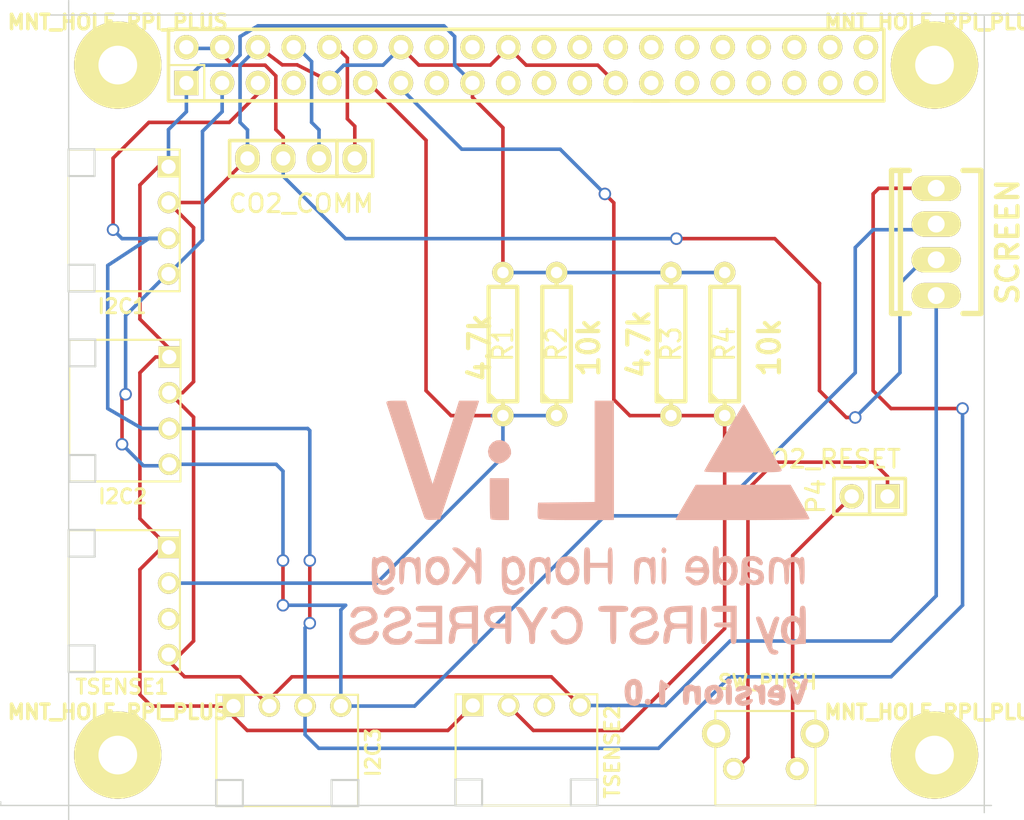
<source format=kicad_pcb>
(kicad_pcb (version 4) (host pcbnew "(2014-09-10 BZR 5127)-product")

  (general
    (links 42)
    (no_connects 0)
    (area 157.453999 123.897999 233.853257 182.164001)
    (thickness 1.6)
    (drawings 9)
    (tracks 228)
    (zones 0)
    (modules 19)
    (nets 25)
  )

  (page A3)
  (layers
    (0 F.Cu signal)
    (31 B.Cu signal)
    (32 B.Adhes user)
    (33 F.Adhes user)
    (34 B.Paste user)
    (35 F.Paste user)
    (36 B.SilkS user)
    (37 F.SilkS user)
    (38 B.Mask user)
    (39 F.Mask user)
    (40 Dwgs.User user)
    (41 Cmts.User user)
    (42 Eco1.User user)
    (43 Eco2.User user)
    (44 Edge.Cuts user)
  )

  (setup
    (last_trace_width 0.254)
    (trace_clearance 0.254)
    (zone_clearance 0.508)
    (zone_45_only no)
    (trace_min 0.254)
    (segment_width 0.2)
    (edge_width 0.1)
    (via_size 0.889)
    (via_drill 0.635)
    (via_min_size 0.889)
    (via_min_drill 0.508)
    (uvia_size 0.508)
    (uvia_drill 0.127)
    (uvias_allowed no)
    (uvia_min_size 0.508)
    (uvia_min_drill 0.127)
    (pcb_text_width 0.3)
    (pcb_text_size 1.5 1.5)
    (mod_edge_width 0.15)
    (mod_text_size 1 1)
    (mod_text_width 0.15)
    (pad_size 6.2 6.2)
    (pad_drill 2.75)
    (pad_to_mask_clearance 0)
    (aux_axis_origin 174.5 120.9)
    (grid_origin 162.31 124.97)
    (visible_elements 7FFFFF1F)
    (pcbplotparams
      (layerselection 0x010f0_80000001)
      (usegerberextensions true)
      (excludeedgelayer true)
      (linewidth 0.150000)
      (plotframeref false)
      (viasonmask false)
      (mode 1)
      (useauxorigin false)
      (hpglpennumber 1)
      (hpglpenspeed 20)
      (hpglpendiameter 15)
      (hpglpenoverlay 2)
      (psnegative false)
      (psa4output false)
      (plotreference true)
      (plotvalue true)
      (plotinvisibletext false)
      (padsonsilk false)
      (subtractmaskfromsilk true)
      (outputformat 1)
      (mirror false)
      (drillshape 0)
      (scaleselection 1)
      (outputdirectory output/))
  )

  (net 0 "")
  (net 1 /GPIO_10)
  (net 2 /GPIO_11)
  (net 3 /GPIO_14)
  (net 4 /GPIO_15)
  (net 5 /GPIO_17)
  (net 6 /GPIO_18)
  (net 7 /GPIO_2)
  (net 8 /GPIO_22)
  (net 9 /GPIO_23)
  (net 10 /GPIO_24)
  (net 11 /GPIO_25)
  (net 12 /GPIO_27)
  (net 13 /GPIO_3)
  (net 14 /GPIO_4)
  (net 15 /GPIO_7)
  (net 16 /GPIO_8)
  (net 17 /GPIO_9)
  (net 18 +3.3V)
  (net 19 +5V)
  (net 20 GND)
  (net 21 "Net-(P4-Pad1)")
  (net 22 "Net-(P4-Pad2)")
  (net 23 "Net-(P8-Pad3)")
  (net 24 "Net-(P9-Pad3)")

  (net_class Default "This is the default net class."
    (clearance 0.254)
    (trace_width 0.254)
    (via_dia 0.889)
    (via_drill 0.635)
    (uvia_dia 0.508)
    (uvia_drill 0.127)
    (add_net +3.3V)
    (add_net +5V)
    (add_net /GPIO_10)
    (add_net /GPIO_11)
    (add_net /GPIO_14)
    (add_net /GPIO_15)
    (add_net /GPIO_17)
    (add_net /GPIO_18)
    (add_net /GPIO_2)
    (add_net /GPIO_22)
    (add_net /GPIO_23)
    (add_net /GPIO_24)
    (add_net /GPIO_25)
    (add_net /GPIO_27)
    (add_net /GPIO_3)
    (add_net /GPIO_4)
    (add_net /GPIO_7)
    (add_net /GPIO_8)
    (add_net /GPIO_9)
    (add_net GND)
    (add_net "Net-(P4-Pad1)")
    (add_net "Net-(P4-Pad2)")
    (add_net "Net-(P8-Pad3)")
    (add_net "Net-(P9-Pad3)")
  )

  (module toolbox:CONNECTOR_MOLEX_4PIN_RIGHT_ANGLE (layer F.Cu) (tedit 5417176E) (tstamp 53B000FF)
    (at 169.47 153.06 90)
    (descr "4 Pin Right Angle Connector")
    (tags CONN)
    (path /53A25EA9)
    (fp_text reference P7 (at 0 -2.54 90) (layer F.SilkS) hide
      (effects (font (size 1.016 1.016) (thickness 0.2032)))
    )
    (fp_text value I2C2 (at -6.1 -3.3 180) (layer F.SilkS)
      (effects (font (size 1.016 1.016) (thickness 0.2032)))
    )
    (fp_line (start 3.15 -7.1) (end 3.15 -5.25) (layer Edge.Cuts) (width 0.15))
    (fp_line (start 3.15 -5.25) (end 5.05 -5.25) (layer Edge.Cuts) (width 0.15))
    (fp_line (start 5.05 -5.25) (end 5.05 -7.1) (layer Edge.Cuts) (width 0.15))
    (fp_line (start 5.05 -7.1) (end 3.15 -7.1) (layer Edge.Cuts) (width 0.15))
    (fp_line (start -5.05 -7.1) (end -3.15 -7.1) (layer Edge.Cuts) (width 0.15))
    (fp_line (start -3.15 -7.1) (end -3.15 -5.25) (layer Edge.Cuts) (width 0.15))
    (fp_line (start -3.15 -5.25) (end -5.05 -5.25) (layer Edge.Cuts) (width 0.15))
    (fp_line (start -5.05 -5.25) (end -5.05 -7.1) (layer Edge.Cuts) (width 0.15))
    (fp_line (start 5.03 -7.1) (end -5.03 -7.1) (layer F.SilkS) (width 0.15))
    (fp_line (start 5.03 0.8) (end -5.03 0.8) (layer F.SilkS) (width 0.15))
    (fp_line (start -5.03 0.8) (end -5.03 -7.1) (layer F.SilkS) (width 0.15))
    (fp_line (start 5.03 -7.1) (end 5.03 0.8) (layer F.SilkS) (width 0.15))
    (pad 4 thru_hole circle (at -3.81 0 90) (size 1.524 1.524) (drill 1.016) (layers *.Cu *.Mask F.SilkS)
      (net 7 /GPIO_2))
    (pad 3 thru_hole circle (at -1.27 0 90) (size 1.524 1.524) (drill 1.016) (layers *.Cu *.Mask F.SilkS)
      (net 13 /GPIO_3))
    (pad 2 thru_hole circle (at 1.27 0 90) (size 1.524 1.524) (drill 1.016) (layers *.Cu *.Mask F.SilkS)
      (net 20 GND))
    (pad 1 thru_hole rect (at 3.81 0 90) (size 1.524 1.524) (drill 1.016) (layers *.Cu *.Mask F.SilkS)
      (net 18 +3.3V))
  )

  (module CONNECTOR_MOLEX_4PIN_RIGHT_ANGLE (layer F.Cu) (tedit 5417176E) (tstamp 53B0010F)
    (at 169.43 166.58 90)
    (descr "4 Pin Right Angle Connector")
    (tags CONN)
    (path /53A25EC7)
    (fp_text reference P9 (at 0 -2.54 90) (layer F.SilkS) hide
      (effects (font (size 1.016 1.016) (thickness 0.2032)))
    )
    (fp_text value TSENSE1 (at -6.1 -3.3 180) (layer F.SilkS)
      (effects (font (size 1.016 1.016) (thickness 0.2032)))
    )
    (fp_line (start 3.15 -7.1) (end 3.15 -5.25) (layer Edge.Cuts) (width 0.15))
    (fp_line (start 3.15 -5.25) (end 5.05 -5.25) (layer Edge.Cuts) (width 0.15))
    (fp_line (start 5.05 -5.25) (end 5.05 -7.1) (layer Edge.Cuts) (width 0.15))
    (fp_line (start 5.05 -7.1) (end 3.15 -7.1) (layer Edge.Cuts) (width 0.15))
    (fp_line (start -5.05 -7.1) (end -3.15 -7.1) (layer Edge.Cuts) (width 0.15))
    (fp_line (start -3.15 -7.1) (end -3.15 -5.25) (layer Edge.Cuts) (width 0.15))
    (fp_line (start -3.15 -5.25) (end -5.05 -5.25) (layer Edge.Cuts) (width 0.15))
    (fp_line (start -5.05 -5.25) (end -5.05 -7.1) (layer Edge.Cuts) (width 0.15))
    (fp_line (start 5.03 -7.1) (end -5.03 -7.1) (layer F.SilkS) (width 0.15))
    (fp_line (start 5.03 0.8) (end -5.03 0.8) (layer F.SilkS) (width 0.15))
    (fp_line (start -5.03 0.8) (end -5.03 -7.1) (layer F.SilkS) (width 0.15))
    (fp_line (start 5.03 -7.1) (end 5.03 0.8) (layer F.SilkS) (width 0.15))
    (pad 4 thru_hole circle (at -3.81 0 90) (size 1.524 1.524) (drill 1.016) (layers *.Cu *.Mask F.SilkS)
      (net 20 GND))
    (pad 3 thru_hole circle (at -1.27 0 90) (size 1.524 1.524) (drill 1.016) (layers *.Cu *.Mask F.SilkS)
      (net 24 "Net-(P9-Pad3)"))
    (pad 2 thru_hole circle (at 1.27 0 90) (size 1.524 1.524) (drill 1.016) (layers *.Cu *.Mask F.SilkS)
      (net 5 /GPIO_17))
    (pad 1 thru_hole rect (at 3.81 0 90) (size 1.524 1.524) (drill 1.016) (layers *.Cu *.Mask F.SilkS)
      (net 18 +3.3V))
  )

  (module Sockets_MOLEX_KK-System:Socket_MOLEX-KK-RM2-54mm_Lock_4pin_straight (layer F.Cu) (tedit 541935DE) (tstamp 53AFDDD5)
    (at 223.94 141.08 90)
    (descr "Socket, MOLEX, KK, RM 2.54mm, Lock, 4pin, straight,")
    (tags "Socket, MOLEX, KK, RM 2.54mm, Lock, 4pin, straight,")
    (path /53A25ED6)
    (fp_text reference P3 (at 0 -5.08 90) (layer F.SilkS) hide
      (effects (font (thickness 0.3048)))
    )
    (fp_text value SCREEN (at 0 5.08 90) (layer F.SilkS)
      (effects (font (thickness 0.3048)))
    )
    (fp_line (start 5.08 -2.54) (end -5.08 -2.54) (layer F.SilkS) (width 0.381))
    (fp_line (start 5.08 1.905) (end 5.08 3.175) (layer F.SilkS) (width 0.381))
    (fp_line (start -5.08 -1.905) (end -5.08 -3.175) (layer F.SilkS) (width 0.381))
    (fp_line (start -5.08 -3.175) (end 5.08 -3.175) (layer F.SilkS) (width 0.381))
    (fp_line (start 5.08 -3.175) (end 5.08 -1.905) (layer F.SilkS) (width 0.381))
    (fp_line (start 5.08 3.175) (end -5.08 3.175) (layer F.SilkS) (width 0.381))
    (fp_line (start -5.08 3.175) (end -5.08 1.905) (layer F.SilkS) (width 0.381))
    (pad 1 thru_hole oval (at -3.81 0 90) (size 1.80086 3.50012) (drill 1.19888) (layers *.Cu *.Mask F.SilkS)
      (net 20 GND))
    (pad 2 thru_hole oval (at -1.27 0 90) (size 1.80086 3.50012) (drill 1.19888) (layers *.Cu *.Mask F.SilkS)
      (net 19 +5V))
    (pad 3 thru_hole oval (at 1.27 0 90) (size 1.80086 3.50012) (drill 1.19888) (layers *.Cu *.Mask F.SilkS)
      (net 7 /GPIO_2))
    (pad 4 thru_hole oval (at 3.81 0 90) (size 1.80086 3.50012) (drill 1.19888) (layers *.Cu *.Mask F.SilkS)
      (net 13 /GPIO_3))
  )

  (module Socket_Strips:Socket_Strip_Straight_2x01 (layer F.Cu) (tedit 53B02921) (tstamp 547BFAE6)
    (at 219.21 159.15 90)
    (path /53A25F01)
    (fp_text reference P4 (at 0 -3.81 90) (layer F.SilkS)
      (effects (font (size 1.27 1.27) (thickness 0.2032)))
    )
    (fp_text value CO2_RESET (at 2.65 -3.05 180) (layer F.SilkS)
      (effects (font (size 1.27 1.27) (thickness 0.2032)))
    )
    (fp_line (start -1.27 0) (end -1.27 2.54) (layer F.SilkS) (width 0.254))
    (fp_line (start -1.27 2.54) (end 1.27 2.54) (layer F.SilkS) (width 0.254))
    (fp_line (start 1.27 2.54) (end 1.27 0) (layer F.SilkS) (width 0.254))
    (fp_line (start -1.27 -2.54) (end -1.27 0) (layer F.SilkS) (width 0.254))
    (fp_line (start -1.27 0) (end 1.27 0) (layer F.SilkS) (width 0.254))
    (fp_line (start 1.27 0) (end 1.27 -2.54) (layer F.SilkS) (width 0.254))
    (fp_line (start 1.27 -2.54) (end -1.27 -2.54) (layer F.SilkS) (width 0.254))
    (pad 1 thru_hole rect (at 0 1.27 90) (size 1.7272 1.7272) (drill 1.016) (layers *.Cu *.Mask F.SilkS)
      (net 21 "Net-(P4-Pad1)"))
    (pad 2 thru_hole oval (at 0 -1.27 90) (size 1.7272 1.7272) (drill 1.016) (layers *.Cu *.Mask F.SilkS)
      (net 22 "Net-(P4-Pad2)"))
    (model Socket_Strips/Socket_Strip_Straight_2x01.wrl
      (at (xyz 0 0 0))
      (scale (xyz 1 1 1))
      (rotate (xyz 0 0 0))
    )
  )

  (module Socket_Strips:Socket_Strip_Straight_1x04 (layer F.Cu) (tedit 547879C8) (tstamp 53AFE236)
    (at 178.84 135.15)
    (path /53A25F10)
    (fp_text reference P5 (at 0 -2.286) (layer F.SilkS) hide
      (effects (font (size 1.27 1.27) (thickness 0.2032)))
    )
    (fp_text value CO2_COMM (at 0 3.2) (layer F.SilkS)
      (effects (font (size 1.27 1.27) (thickness 0.2032)))
    )
    (fp_line (start 2.54 1.27) (end -5.08 1.27) (layer F.SilkS) (width 0.254))
    (fp_line (start 2.54 -1.27) (end -5.08 -1.27) (layer F.SilkS) (width 0.254))
    (fp_line (start 5.08 -1.27) (end 2.54 -1.27) (layer F.SilkS) (width 0.254))
    (fp_line (start -5.08 1.27) (end -5.08 -1.27) (layer F.SilkS) (width 0.254))
    (fp_line (start 2.54 -1.27) (end 2.54 1.27) (layer F.SilkS) (width 0.254))
    (fp_line (start 5.08 -1.27) (end 5.08 1.27) (layer F.SilkS) (width 0.254))
    (fp_line (start 5.08 1.27) (end 2.54 1.27) (layer F.SilkS) (width 0.254))
    (pad 1 thru_hole oval (at 3.81 0 180) (size 1.7272 2.032) (drill 1.016) (layers *.Cu *.Mask F.SilkS)
      (net 4 /GPIO_15))
    (pad 2 thru_hole oval (at 1.27 0 180) (size 1.7272 2.032) (drill 1.016) (layers *.Cu *.Mask F.SilkS)
      (net 3 /GPIO_14))
    (pad 3 thru_hole oval (at -1.27 0 180) (size 1.7272 2.032) (drill 1.016) (layers *.Cu *.Mask F.SilkS)
      (net 19 +5V))
    (pad 4 thru_hole oval (at -3.81 0 180) (size 1.7272 2.032) (drill 1.016) (layers *.Cu *.Mask F.SilkS)
      (net 20 GND))
    (model Socket_Strips/Socket_Strip_Straight_1x04.wrl
      (at (xyz 0 0 0))
      (scale (xyz 1 1 1))
      (rotate (xyz 0 0 0))
    )
  )

  (module toolbox:SWITCH_TACT_RIGHT_ANGLE (layer F.Cu) (tedit 53B03201) (tstamp 53B03415)
    (at 211.81 178.49 180)
    (descr TACT_SWITCH_RIGHT_ANGLE)
    (tags SWITCH)
    (path /53A7985F)
    (fp_text reference SW1 (at 0 -2.54 180) (layer F.SilkS) hide
      (effects (font (size 1.016 1.016) (thickness 0.2032)))
    )
    (fp_text value SW_PUSH (at -0.15 6.15 180) (layer F.SilkS)
      (effects (font (size 1.016 1.016) (thickness 0.2032)))
    )
    (fp_line (start 3.555 4.1) (end -3.555 4.1) (layer F.SilkS) (width 0.15))
    (fp_line (start 3.555 -2.6) (end -3.555 -2.6) (layer F.SilkS) (width 0.15))
    (fp_line (start -3.555 -2.6) (end -3.555 4.1) (layer F.SilkS) (width 0.15))
    (fp_line (start 3.555 4.1) (end 3.555 -2.6) (layer F.SilkS) (width 0.15))
    (pad 1 thru_hole circle (at -2.25 0 180) (size 1.6 1.6) (drill 1) (layers *.Cu *.Mask F.SilkS)
      (net 22 "Net-(P4-Pad2)"))
    (pad 2 thru_hole circle (at 2.25 0 180) (size 1.524 1.524) (drill 1) (layers *.Cu *.Mask F.SilkS)
      (net 21 "Net-(P4-Pad1)"))
    (pad "" np_thru_hole circle (at -3.505 2.49 180) (size 2 2) (drill 1.3) (layers *.Cu *.Mask F.SilkS))
    (pad "" np_thru_hole circle (at 3.505 2.49 180) (size 2 2) (drill 1.3) (layers *.Cu *.Mask F.SilkS))
  )

  (module Discret:R4 (layer F.Cu) (tedit 5417153C) (tstamp 53AFDDEB)
    (at 208.917 148.332 90)
    (descr "Resitance 4 pas")
    (tags R)
    (path /53A79AA8)
    (autoplace_cost180 10)
    (fp_text reference R4 (at 0 0 90) (layer F.SilkS)
      (effects (font (size 1.397 1.27) (thickness 0.2032)))
    )
    (fp_text value 10k (at 0 0 90) (layer F.SilkS) hide
      (effects (font (size 1.397 1.27) (thickness 0.2032)))
    )
    (fp_line (start -5.08 0) (end -4.064 0) (layer F.SilkS) (width 0.3048))
    (fp_line (start -4.064 0) (end -4.064 -1.016) (layer F.SilkS) (width 0.3048))
    (fp_line (start -4.064 -1.016) (end 4.064 -1.016) (layer F.SilkS) (width 0.3048))
    (fp_line (start 4.064 -1.016) (end 4.064 1.016) (layer F.SilkS) (width 0.3048))
    (fp_line (start 4.064 1.016) (end -4.064 1.016) (layer F.SilkS) (width 0.3048))
    (fp_line (start -4.064 1.016) (end -4.064 0) (layer F.SilkS) (width 0.3048))
    (fp_line (start -4.064 -0.508) (end -3.556 -1.016) (layer F.SilkS) (width 0.3048))
    (fp_line (start 5.08 0) (end 4.064 0) (layer F.SilkS) (width 0.3048))
    (pad 1 thru_hole circle (at -5.08 0 90) (size 1.524 1.524) (drill 0.8128) (layers *.Cu *.Mask F.SilkS)
      (net 12 /GPIO_27))
    (pad 2 thru_hole circle (at 5.08 0 90) (size 1.524 1.524) (drill 0.8128) (layers *.Cu *.Mask F.SilkS)
      (net 18 +3.3V))
    (model discret/resistor.wrl
      (at (xyz 0 0 0))
      (scale (xyz 0.4 0.4 0.4))
      (rotate (xyz 0 0 0))
    )
  )

  (module Discret:R4 (layer F.Cu) (tedit 5417153C) (tstamp 53AFDDE6)
    (at 205.107 148.332 90)
    (descr "Resitance 4 pas")
    (tags R)
    (path /53A79A99)
    (autoplace_cost180 10)
    (fp_text reference R3 (at 0 0 90) (layer F.SilkS)
      (effects (font (size 1.397 1.27) (thickness 0.2032)))
    )
    (fp_text value 4.7k (at 0 0 90) (layer F.SilkS) hide
      (effects (font (size 1.397 1.27) (thickness 0.2032)))
    )
    (fp_line (start -5.08 0) (end -4.064 0) (layer F.SilkS) (width 0.3048))
    (fp_line (start -4.064 0) (end -4.064 -1.016) (layer F.SilkS) (width 0.3048))
    (fp_line (start -4.064 -1.016) (end 4.064 -1.016) (layer F.SilkS) (width 0.3048))
    (fp_line (start 4.064 -1.016) (end 4.064 1.016) (layer F.SilkS) (width 0.3048))
    (fp_line (start 4.064 1.016) (end -4.064 1.016) (layer F.SilkS) (width 0.3048))
    (fp_line (start -4.064 1.016) (end -4.064 0) (layer F.SilkS) (width 0.3048))
    (fp_line (start -4.064 -0.508) (end -3.556 -1.016) (layer F.SilkS) (width 0.3048))
    (fp_line (start 5.08 0) (end 4.064 0) (layer F.SilkS) (width 0.3048))
    (pad 1 thru_hole circle (at -5.08 0 90) (size 1.524 1.524) (drill 0.8128) (layers *.Cu *.Mask F.SilkS)
      (net 12 /GPIO_27))
    (pad 2 thru_hole circle (at 5.08 0 90) (size 1.524 1.524) (drill 0.8128) (layers *.Cu *.Mask F.SilkS)
      (net 18 +3.3V))
    (model discret/resistor.wrl
      (at (xyz 0 0 0))
      (scale (xyz 0.4 0.4 0.4))
      (rotate (xyz 0 0 0))
    )
  )

  (module Discret:R4 (layer F.Cu) (tedit 5417153C) (tstamp 53AFDDE1)
    (at 196.979 148.332 90)
    (descr "Resitance 4 pas")
    (tags R)
    (path /53A79A8A)
    (autoplace_cost180 10)
    (fp_text reference R2 (at 0 0 90) (layer F.SilkS)
      (effects (font (size 1.397 1.27) (thickness 0.2032)))
    )
    (fp_text value 10k (at 0 0 90) (layer F.SilkS) hide
      (effects (font (size 1.397 1.27) (thickness 0.2032)))
    )
    (fp_line (start -5.08 0) (end -4.064 0) (layer F.SilkS) (width 0.3048))
    (fp_line (start -4.064 0) (end -4.064 -1.016) (layer F.SilkS) (width 0.3048))
    (fp_line (start -4.064 -1.016) (end 4.064 -1.016) (layer F.SilkS) (width 0.3048))
    (fp_line (start 4.064 -1.016) (end 4.064 1.016) (layer F.SilkS) (width 0.3048))
    (fp_line (start 4.064 1.016) (end -4.064 1.016) (layer F.SilkS) (width 0.3048))
    (fp_line (start -4.064 1.016) (end -4.064 0) (layer F.SilkS) (width 0.3048))
    (fp_line (start -4.064 -0.508) (end -3.556 -1.016) (layer F.SilkS) (width 0.3048))
    (fp_line (start 5.08 0) (end 4.064 0) (layer F.SilkS) (width 0.3048))
    (pad 1 thru_hole circle (at -5.08 0 90) (size 1.524 1.524) (drill 0.8128) (layers *.Cu *.Mask F.SilkS)
      (net 5 /GPIO_17))
    (pad 2 thru_hole circle (at 5.08 0 90) (size 1.524 1.524) (drill 0.8128) (layers *.Cu *.Mask F.SilkS)
      (net 18 +3.3V))
    (model discret/resistor.wrl
      (at (xyz 0 0 0))
      (scale (xyz 0.4 0.4 0.4))
      (rotate (xyz 0 0 0))
    )
  )

  (module Discret:R4 (layer F.Cu) (tedit 5417153C) (tstamp 53AFDDDC)
    (at 193.169 148.332 90)
    (descr "Resitance 4 pas")
    (tags R)
    (path /53A79A7B)
    (autoplace_cost180 10)
    (fp_text reference R1 (at 0 0 90) (layer F.SilkS)
      (effects (font (size 1.397 1.27) (thickness 0.2032)))
    )
    (fp_text value 4.7k (at 0 0 90) (layer F.SilkS) hide
      (effects (font (size 1.397 1.27) (thickness 0.2032)))
    )
    (fp_line (start -5.08 0) (end -4.064 0) (layer F.SilkS) (width 0.3048))
    (fp_line (start -4.064 0) (end -4.064 -1.016) (layer F.SilkS) (width 0.3048))
    (fp_line (start -4.064 -1.016) (end 4.064 -1.016) (layer F.SilkS) (width 0.3048))
    (fp_line (start 4.064 -1.016) (end 4.064 1.016) (layer F.SilkS) (width 0.3048))
    (fp_line (start 4.064 1.016) (end -4.064 1.016) (layer F.SilkS) (width 0.3048))
    (fp_line (start -4.064 1.016) (end -4.064 0) (layer F.SilkS) (width 0.3048))
    (fp_line (start -4.064 -0.508) (end -3.556 -1.016) (layer F.SilkS) (width 0.3048))
    (fp_line (start 5.08 0) (end 4.064 0) (layer F.SilkS) (width 0.3048))
    (pad 1 thru_hole circle (at -5.08 0 90) (size 1.524 1.524) (drill 0.8128) (layers *.Cu *.Mask F.SilkS)
      (net 5 /GPIO_17))
    (pad 2 thru_hole circle (at 5.08 0 90) (size 1.524 1.524) (drill 0.8128) (layers *.Cu *.Mask F.SilkS)
      (net 18 +3.3V))
    (model discret/resistor.wrl
      (at (xyz 0 0 0))
      (scale (xyz 0.4 0.4 0.4))
      (rotate (xyz 0 0 0))
    )
  )

  (module toolbox:CONNECTOR_MOLEX_4PIN_RIGHT_ANGLE (layer F.Cu) (tedit 5417176E) (tstamp 53B00107)
    (at 194.84 174 180)
    (descr "4 Pin Right Angle Connector")
    (tags CONN)
    (path /53A25EB8)
    (fp_text reference P8 (at 0 -2.54 180) (layer F.SilkS) hide
      (effects (font (size 1.016 1.016) (thickness 0.2032)))
    )
    (fp_text value TSENSE2 (at -6.1 -3.3 270) (layer F.SilkS)
      (effects (font (size 1.016 1.016) (thickness 0.2032)))
    )
    (fp_line (start 3.15 -7.1) (end 3.15 -5.25) (layer Edge.Cuts) (width 0.15))
    (fp_line (start 3.15 -5.25) (end 5.05 -5.25) (layer Edge.Cuts) (width 0.15))
    (fp_line (start 5.05 -5.25) (end 5.05 -7.1) (layer Edge.Cuts) (width 0.15))
    (fp_line (start 5.05 -7.1) (end 3.15 -7.1) (layer Edge.Cuts) (width 0.15))
    (fp_line (start -5.05 -7.1) (end -3.15 -7.1) (layer Edge.Cuts) (width 0.15))
    (fp_line (start -3.15 -7.1) (end -3.15 -5.25) (layer Edge.Cuts) (width 0.15))
    (fp_line (start -3.15 -5.25) (end -5.05 -5.25) (layer Edge.Cuts) (width 0.15))
    (fp_line (start -5.05 -5.25) (end -5.05 -7.1) (layer Edge.Cuts) (width 0.15))
    (fp_line (start 5.03 -7.1) (end -5.03 -7.1) (layer F.SilkS) (width 0.15))
    (fp_line (start 5.03 0.8) (end -5.03 0.8) (layer F.SilkS) (width 0.15))
    (fp_line (start -5.03 0.8) (end -5.03 -7.1) (layer F.SilkS) (width 0.15))
    (fp_line (start 5.03 -7.1) (end 5.03 0.8) (layer F.SilkS) (width 0.15))
    (pad 4 thru_hole circle (at -3.81 0 180) (size 1.524 1.524) (drill 1.016) (layers *.Cu *.Mask F.SilkS)
      (net 20 GND))
    (pad 3 thru_hole circle (at -1.27 0 180) (size 1.524 1.524) (drill 1.016) (layers *.Cu *.Mask F.SilkS)
      (net 23 "Net-(P8-Pad3)"))
    (pad 2 thru_hole circle (at 1.27 0 180) (size 1.524 1.524) (drill 1.016) (layers *.Cu *.Mask F.SilkS)
      (net 12 /GPIO_27))
    (pad 1 thru_hole rect (at 3.81 0 180) (size 1.524 1.524) (drill 1.016) (layers *.Cu *.Mask F.SilkS)
      (net 18 +3.3V))
  )

  (module toolbox:CONNECTOR_MOLEX_4PIN_RIGHT_ANGLE (layer F.Cu) (tedit 5417176E) (tstamp 53B000F7)
    (at 169.42 139.55 90)
    (descr "4 Pin Right Angle Connector")
    (tags CONN)
    (path /53A25F1F)
    (fp_text reference P6 (at 0 -2.54 90) (layer F.SilkS) hide
      (effects (font (size 1.016 1.016) (thickness 0.2032)))
    )
    (fp_text value I2C1 (at -6.1 -3.3 180) (layer F.SilkS)
      (effects (font (size 1.016 1.016) (thickness 0.2032)))
    )
    (fp_line (start 3.15 -7.1) (end 3.15 -5.25) (layer Edge.Cuts) (width 0.15))
    (fp_line (start 3.15 -5.25) (end 5.05 -5.25) (layer Edge.Cuts) (width 0.15))
    (fp_line (start 5.05 -5.25) (end 5.05 -7.1) (layer Edge.Cuts) (width 0.15))
    (fp_line (start 5.05 -7.1) (end 3.15 -7.1) (layer Edge.Cuts) (width 0.15))
    (fp_line (start -5.05 -7.1) (end -3.15 -7.1) (layer Edge.Cuts) (width 0.15))
    (fp_line (start -3.15 -7.1) (end -3.15 -5.25) (layer Edge.Cuts) (width 0.15))
    (fp_line (start -3.15 -5.25) (end -5.05 -5.25) (layer Edge.Cuts) (width 0.15))
    (fp_line (start -5.05 -5.25) (end -5.05 -7.1) (layer Edge.Cuts) (width 0.15))
    (fp_line (start 5.03 -7.1) (end -5.03 -7.1) (layer F.SilkS) (width 0.15))
    (fp_line (start 5.03 0.8) (end -5.03 0.8) (layer F.SilkS) (width 0.15))
    (fp_line (start -5.03 0.8) (end -5.03 -7.1) (layer F.SilkS) (width 0.15))
    (fp_line (start 5.03 -7.1) (end 5.03 0.8) (layer F.SilkS) (width 0.15))
    (pad 4 thru_hole circle (at -3.81 0 90) (size 1.524 1.524) (drill 1.016) (layers *.Cu *.Mask F.SilkS)
      (net 7 /GPIO_2))
    (pad 3 thru_hole circle (at -1.27 0 90) (size 1.524 1.524) (drill 1.016) (layers *.Cu *.Mask F.SilkS)
      (net 13 /GPIO_3))
    (pad 2 thru_hole circle (at 1.27 0 90) (size 1.524 1.524) (drill 1.016) (layers *.Cu *.Mask F.SilkS)
      (net 20 GND))
    (pad 1 thru_hole rect (at 3.81 0 90) (size 1.524 1.524) (drill 1.016) (layers *.Cu *.Mask F.SilkS)
      (net 18 +3.3V))
  )

  (module toolbox:CONNECTOR_MOLEX_4PIN_RIGHT_ANGLE (layer F.Cu) (tedit 5417176E) (tstamp 5418E398)
    (at 177.85 174.04 180)
    (descr "4 Pin Right Angle Connector")
    (tags CONN)
    (path /5418DE41)
    (fp_text reference P10 (at 0 -2.54 180) (layer F.SilkS) hide
      (effects (font (size 1.016 1.016) (thickness 0.2032)))
    )
    (fp_text value I2C3 (at -6.1 -3.3 270) (layer F.SilkS)
      (effects (font (size 1.016 1.016) (thickness 0.2032)))
    )
    (fp_line (start 3.15 -7.1) (end 3.15 -5.25) (layer Edge.Cuts) (width 0.15))
    (fp_line (start 3.15 -5.25) (end 5.05 -5.25) (layer Edge.Cuts) (width 0.15))
    (fp_line (start 5.05 -5.25) (end 5.05 -7.1) (layer Edge.Cuts) (width 0.15))
    (fp_line (start 5.05 -7.1) (end 3.15 -7.1) (layer Edge.Cuts) (width 0.15))
    (fp_line (start -5.05 -7.1) (end -3.15 -7.1) (layer Edge.Cuts) (width 0.15))
    (fp_line (start -3.15 -7.1) (end -3.15 -5.25) (layer Edge.Cuts) (width 0.15))
    (fp_line (start -3.15 -5.25) (end -5.05 -5.25) (layer Edge.Cuts) (width 0.15))
    (fp_line (start -5.05 -5.25) (end -5.05 -7.1) (layer Edge.Cuts) (width 0.15))
    (fp_line (start 5.03 -7.1) (end -5.03 -7.1) (layer F.SilkS) (width 0.15))
    (fp_line (start 5.03 0.8) (end -5.03 0.8) (layer F.SilkS) (width 0.15))
    (fp_line (start -5.03 0.8) (end -5.03 -7.1) (layer F.SilkS) (width 0.15))
    (fp_line (start 5.03 -7.1) (end 5.03 0.8) (layer F.SilkS) (width 0.15))
    (pad 4 thru_hole circle (at -3.81 0 180) (size 1.524 1.524) (drill 1.016) (layers *.Cu *.Mask F.SilkS)
      (net 7 /GPIO_2))
    (pad 3 thru_hole circle (at -1.27 0 180) (size 1.524 1.524) (drill 1.016) (layers *.Cu *.Mask F.SilkS)
      (net 13 /GPIO_3))
    (pad 2 thru_hole circle (at 1.27 0 180) (size 1.524 1.524) (drill 1.016) (layers *.Cu *.Mask F.SilkS)
      (net 20 GND))
    (pad 1 thru_hole rect (at 3.81 0 180) (size 1.524 1.524) (drill 1.016) (layers *.Cu *.Mask F.SilkS)
      (net 18 +3.3V))
  )

  (module toolbox:liv_logo_inv (layer B.Cu) (tedit 541AB95E) (tstamp 5479C989)
    (at 199.14 163.07)
    (fp_text reference G*** (at 0 0) (layer B.SilkS) hide
      (effects (font (thickness 0.3)) (justify mirror))
    )
    (fp_text value LOGO (at 0.75 0) (layer B.SilkS) hide
      (effects (font (thickness 0.3)) (justify mirror))
    )
    (fp_poly (pts (xy 3.897697 10.026063) (xy 3.85258 10.379864) (xy 3.752278 10.675452) (xy 3.606825 10.857203)
      (xy 3.513666 10.882183) (xy 3.513666 9.991826) (xy 3.506885 9.689177) (xy 3.479424 9.516685)
      (xy 3.420609 9.43547) (xy 3.354478 9.411995) (xy 3.187138 9.437514) (xy 3.087676 9.59973)
      (xy 3.049982 9.909664) (xy 3.049296 9.962575) (xy 3.067719 10.30138) (xy 3.132793 10.496285)
      (xy 3.254624 10.568735) (xy 3.333942 10.566643) (xy 3.431423 10.536029) (xy 3.485608 10.452938)
      (xy 3.508888 10.277734) (xy 3.513666 9.991826) (xy 3.513666 10.882183) (xy 3.377008 10.918828)
      (xy 3.110731 10.85918) (xy 2.959678 10.766732) (xy 2.829763 10.572758) (xy 2.745213 10.27366)
      (xy 2.714063 9.92948) (xy 2.744348 9.60026) (xy 2.78487 9.460459) (xy 2.946098 9.227002)
      (xy 3.177609 9.099332) (xy 3.431285 9.082347) (xy 3.659012 9.180941) (xy 3.795484 9.35762)
      (xy 3.880907 9.667498) (xy 3.897697 10.026063) (xy 3.897697 10.026063)) (layer B.SilkS) (width 0.1))
    (fp_poly (pts (xy 11.727519 10.589005) (xy 11.716005 10.622049) (xy 11.57371 10.783056) (xy 11.332409 10.884865)
      (xy 11.055907 10.914832) (xy 10.808004 10.860318) (xy 10.736255 10.816166) (xy 10.569388 10.609666)
      (xy 10.560532 10.401834) (xy 10.700453 10.21785) (xy 10.979914 10.082892) (xy 11.008106 10.074945)
      (xy 11.255304 9.982504) (xy 11.345031 9.883927) (xy 11.273073 9.786668) (xy 11.151325 9.783264)
      (xy 10.953479 9.835495) (xy 10.937638 9.841347) (xy 10.715901 9.895979) (xy 10.606741 9.861352)
      (xy 10.628852 9.747453) (xy 10.666301 9.696379) (xy 10.829446 9.607163) (xy 11.079616 9.56935)
      (xy 11.343591 9.583466) (xy 11.548151 9.650041) (xy 11.595465 9.689673) (xy 11.689175 9.902811)
      (xy 11.625473 10.10181) (xy 11.41603 10.263351) (xy 11.281833 10.3162) (xy 11.044578 10.419095)
      (xy 10.927983 10.530591) (xy 10.922 10.558904) (xy 10.930198 10.62319) (xy 10.977038 10.651136)
      (xy 11.095888 10.641114) (xy 11.320116 10.591498) (xy 11.579386 10.52685) (xy 11.71522 10.512541)
      (xy 11.727519 10.589005) (xy 11.727519 10.589005)) (layer B.SilkS) (width 0.1))
    (fp_poly (pts (xy 14.054666 10.186151) (xy 14.030858 10.447982) (xy 13.971483 10.654143) (xy 13.948833 10.69301)
      (xy 13.760397 10.824693) (xy 13.492144 10.88237) (xy 13.222145 10.853236) (xy 13.149439 10.824146)
      (xy 12.98661 10.706627) (xy 12.919263 10.614932) (xy 12.935873 10.520508) (xy 13.058352 10.505757)
      (xy 13.241974 10.572923) (xy 13.2826 10.596695) (xy 13.475633 10.653394) (xy 13.640828 10.604229)
      (xy 13.715739 10.469042) (xy 13.716 10.45899) (xy 13.704555 10.437306) (xy 13.704555 9.976162)
      (xy 13.699881 9.927166) (xy 13.599132 9.804923) (xy 13.462 9.779) (xy 13.278756 9.833644)
      (xy 13.224118 9.927166) (xy 13.24153 10.032804) (xy 13.374411 10.072684) (xy 13.462 10.075333)
      (xy 13.647901 10.054335) (xy 13.704555 9.976162) (xy 13.704555 10.437306) (xy 13.673215 10.377932)
      (xy 13.522914 10.33818) (xy 13.292666 10.329333) (xy 13.041528 10.32261) (xy 12.916247 10.287723)
      (xy 12.873456 10.202594) (xy 12.869333 10.113818) (xy 12.927924 9.905608) (xy 13.069668 9.698106)
      (xy 13.077151 9.690484) (xy 13.3422 9.51478) (xy 13.603393 9.490548) (xy 13.829801 9.602107)
      (xy 13.990497 9.833773) (xy 14.054551 10.169864) (xy 14.054666 10.186151) (xy 14.054666 10.186151)) (layer B.SilkS) (width 0.1))
    (fp_poly (pts (xy 4.487333 10.668) (xy 4.427464 10.809504) (xy 4.318 10.837333) (xy 4.176495 10.777464)
      (xy 4.148666 10.668) (xy 4.208535 10.526495) (xy 4.318 10.498666) (xy 4.459504 10.558535)
      (xy 4.487333 10.668) (xy 4.487333 10.668)) (layer B.SilkS) (width 0.1))
    (fp_poly (pts (xy 5.83124 9.594375) (xy 5.723642 9.649132) (xy 5.672666 9.652) (xy 5.583676 9.667989)
      (xy 5.532695 9.740096) (xy 5.509378 9.904527) (xy 5.50338 10.19749) (xy 5.503333 10.244666)
      (xy 5.498764 10.556131) (xy 5.478162 10.734564) (xy 5.431182 10.816174) (xy 5.347478 10.837168)
      (xy 5.334 10.837333) (xy 5.25693 10.825713) (xy 5.207592 10.770419) (xy 5.179858 10.640804)
      (xy 5.167597 10.406217) (xy 5.16468 10.03601) (xy 5.164666 9.990666) (xy 5.174802 9.548487)
      (xy 5.206227 9.269117) (xy 5.260463 9.147188) (xy 5.339036 9.177333) (xy 5.379561 9.233889)
      (xy 5.496068 9.331074) (xy 5.638557 9.401126) (xy 5.801147 9.498977) (xy 5.83124 9.594375)
      (xy 5.83124 9.594375)) (layer B.SilkS) (width 0.1))
    (fp_poly (pts (xy 8.043333 10.192463) (xy 8.039276 10.520548) (xy 8.021181 10.714079) (xy 7.980165 10.80776)
      (xy 7.907341 10.83629) (xy 7.878225 10.837333) (xy 7.78261 10.814059) (xy 7.727554 10.718497)
      (xy 7.697949 10.512041) (xy 7.687725 10.3505) (xy 7.667814 10.075994) (xy 7.631713 9.930334)
      (xy 7.559722 9.873066) (xy 7.450666 9.863666) (xy 7.330645 9.87653) (xy 7.263895 9.94209)
      (xy 7.230718 10.100799) (xy 7.213608 10.3505) (xy 7.191197 10.628846) (xy 7.151087 10.776487)
      (xy 7.078171 10.83203) (xy 7.023108 10.837333) (xy 6.93276 10.818633) (xy 6.882847 10.737464)
      (xy 6.86181 10.556223) (xy 6.858 10.300122) (xy 6.871431 9.967353) (xy 6.918552 9.757492)
      (xy 7.009601 9.625744) (xy 7.012833 9.622788) (xy 7.200004 9.51674) (xy 7.404089 9.48445)
      (xy 7.553236 9.534523) (xy 7.570649 9.555978) (xy 7.678239 9.597141) (xy 7.829645 9.588441)
      (xy 7.937652 9.573834) (xy 8.001289 9.603401) (xy 8.032294 9.710316) (xy 8.042403 9.927755)
      (xy 8.043333 10.192463) (xy 8.043333 10.192463)) (layer B.SilkS) (width 0.1))
    (fp_poly (pts (xy 9.643658 10.232829) (xy 9.558374 10.492816) (xy 9.375553 10.697096) (xy 9.297296 10.731883)
      (xy 9.297296 10.134567) (xy 9.244072 9.948333) (xy 9.108 9.77885) (xy 8.950182 9.751047)
      (xy 8.81039 9.848839) (xy 8.728396 10.056142) (xy 8.720666 10.16) (xy 8.77036 10.404606)
      (xy 8.892926 10.545797) (xy 9.048592 10.56749) (xy 9.197586 10.453599) (xy 9.244072 10.371666)
      (xy 9.297296 10.134567) (xy 9.297296 10.731883) (xy 9.117068 10.812001) (xy 8.804794 10.80386)
      (xy 8.720666 10.778576) (xy 8.506201 10.617129) (xy 8.395362 10.333233) (xy 8.382 10.16)
      (xy 8.43093 9.832911) (xy 8.589446 9.626236) (xy 8.875138 9.518225) (xy 8.905224 9.512998)
      (xy 9.146203 9.500602) (xy 9.325026 9.581949) (xy 9.434113 9.680416) (xy 9.609528 9.950806)
      (xy 9.643658 10.232829) (xy 9.643658 10.232829)) (layer B.SilkS) (width 0.1))
    (fp_poly (pts (xy 10.244666 10.16) (xy 10.241131 10.497476) (xy 10.224848 10.699734) (xy 10.187303 10.800835)
      (xy 10.119979 10.83484) (xy 10.075333 10.837333) (xy 9.990964 10.823192) (xy 9.940399 10.758061)
      (xy 9.915124 10.607879) (xy 9.906623 10.338584) (xy 9.906 10.16) (xy 9.909535 9.822523)
      (xy 9.925817 9.620265) (xy 9.963363 9.519164) (xy 10.030687 9.485159) (xy 10.075333 9.482666)
      (xy 10.159702 9.496807) (xy 10.210266 9.561938) (xy 10.235542 9.71212) (xy 10.244043 9.981415)
      (xy 10.244666 10.16) (xy 10.244666 10.16)) (layer B.SilkS) (width 0.1))
    (fp_poly (pts (xy 12.615333 10.16) (xy 12.611624 10.49788) (xy 12.594992 10.700419) (xy 12.557177 10.80154)
      (xy 12.489918 10.835172) (xy 12.450424 10.837333) (xy 12.351072 10.811578) (xy 12.295272 10.707797)
      (xy 12.265977 10.486215) (xy 12.259924 10.392833) (xy 12.231045 10.116427) (xy 12.171512 9.959534)
      (xy 12.061069 9.872652) (xy 12.043833 9.864756) (xy 11.896667 9.745441) (xy 11.853333 9.631923)
      (xy 11.873269 9.508849) (xy 11.959677 9.498607) (xy 12.112899 9.570312) (xy 12.247689 9.614712)
      (xy 12.276666 9.570312) (xy 12.347551 9.499112) (xy 12.446 9.482666) (xy 12.530369 9.496807)
      (xy 12.580933 9.561938) (xy 12.606208 9.71212) (xy 12.61471 9.981415) (xy 12.615333 10.16)
      (xy 12.615333 10.16)) (layer B.SilkS) (width 0.1))
    (fp_poly (pts (xy 15.663333 9.118487) (xy 15.638451 9.219042) (xy 15.571296 9.44354) (xy 15.473099 9.755268)
      (xy 15.391328 10.007487) (xy 15.255589 10.400882) (xy 15.149195 10.654214) (xy 15.059797 10.791541)
      (xy 14.975045 10.836921) (xy 14.965338 10.837333) (xy 14.816823 10.786919) (xy 14.774649 10.7315)
      (xy 14.730841 10.607978) (xy 14.645063 10.368116) (xy 14.532699 10.054897) (xy 14.480973 9.910961)
      (xy 14.347085 9.534853) (xy 14.267795 9.289884) (xy 14.240139 9.147942) (xy 14.261156 9.080916)
      (xy 14.327882 9.060694) (xy 14.391209 9.059333) (xy 14.486479 9.089643) (xy 14.570201 9.200687)
      (xy 14.658936 9.422631) (xy 14.746474 9.706543) (xy 14.839716 10.015621) (xy 14.909949 10.185049)
      (xy 14.971725 10.209692) (xy 15.039597 10.084414) (xy 15.128116 9.804078) (xy 15.20086 9.546166)
      (xy 15.294215 9.259081) (xy 15.383429 9.107596) (xy 15.488193 9.059665) (xy 15.500007 9.059333)
      (xy 15.634441 9.084996) (xy 15.663333 9.118487) (xy 15.663333 9.118487)) (layer B.SilkS) (width 0.1))
    (fp_poly (pts (xy 10.244666 9.228666) (xy 10.184798 9.37017) (xy 10.075333 9.398) (xy 9.933829 9.338131)
      (xy 9.906 9.228666) (xy 9.965868 9.087162) (xy 10.075333 9.059333) (xy 10.216837 9.119201)
      (xy 10.244666 9.228666) (xy 10.244666 9.228666)) (layer B.SilkS) (width 0.1))
    (fp_poly (pts (xy 13.605712 4.770644) (xy 13.563571 4.895661) (xy 13.484427 5.142936) (xy 13.380869 5.472815)
      (xy 13.299252 5.73599) (xy 13.15987 6.246191) (xy 13.101829 6.618863) (xy 13.125796 6.865359)
      (xy 13.232441 6.997032) (xy 13.375237 7.027333) (xy 13.514788 7.079781) (xy 13.546666 7.154333)
      (xy 13.47976 7.251116) (xy 13.321576 7.279429) (xy 13.135913 7.238805) (xy 13.012331 7.158236)
      (xy 12.937641 7.035058) (xy 12.821716 6.786627) (xy 12.67958 6.447405) (xy 12.526255 6.051851)
      (xy 12.5048 5.994069) (xy 12.3559 5.59148) (xy 12.224438 5.23722) (xy 12.123514 4.966509)
      (xy 12.066228 4.814566) (xy 12.062457 4.804833) (xy 12.056164 4.686766) (xy 12.173475 4.656666)
      (xy 12.270701 4.688867) (xy 12.362967 4.80433) (xy 12.467213 5.031347) (xy 12.577025 5.330658)
      (xy 12.689203 5.632112) (xy 12.786251 5.855424) (xy 12.852453 5.965805) (xy 12.866278 5.970888)
      (xy 12.915632 5.879487) (xy 12.997666 5.667248) (xy 13.096676 5.375607) (xy 13.121693 5.296896)
      (xy 13.235567 4.961749) (xy 13.3291 4.76304) (xy 13.418711 4.671911) (xy 13.485964 4.656666)
      (xy 13.605056 4.700125) (xy 13.605712 4.770644) (xy 13.605712 4.770644)) (layer B.SilkS) (width 0.1))
    (fp_poly (pts (xy -14.824511 5.876398) (xy -14.913505 6.088259) (xy -15.054529 6.274875) (xy -15.247084 6.451023)
      (xy -15.463308 6.539549) (xy -15.710696 6.57178) (xy -16.004817 6.572514) (xy -16.261982 6.53874)
      (xy -16.340667 6.514815) (xy -16.615798 6.327983) (xy -16.79725 6.060267) (xy -16.846785 5.832251)
      (xy -16.770563 5.528664) (xy -16.541984 5.286023) (xy -16.169626 5.112611) (xy -16.073573 5.085665)
      (xy -15.681134 4.976025) (xy -15.429451 4.877098) (xy -15.29192 4.773825) (xy -15.241938 4.651149)
      (xy -15.24 4.613865) (xy -15.316189 4.383732) (xy -15.514464 4.216095) (xy -15.789394 4.148743)
      (xy -15.799328 4.148666) (xy -16.052189 4.194917) (xy -16.273682 4.310778) (xy -16.40809 4.461909)
      (xy -16.425334 4.534467) (xy -16.495826 4.633533) (xy -16.594667 4.656666) (xy -16.734903 4.606363)
      (xy -16.744326 4.466537) (xy -16.624056 4.25381) (xy -16.562366 4.177694) (xy -16.429132 4.045554)
      (xy -16.281712 3.97435) (xy -16.062805 3.945355) (xy -15.835541 3.94014) (xy -15.533975 3.946551)
      (xy -15.344046 3.982564) (xy -15.208424 4.066597) (xy -15.105842 4.174554) (xy -14.943335 4.456578)
      (xy -14.913757 4.7421) (xy -15.019401 4.985541) (xy -15.06277 5.030519) (xy -15.231836 5.131317)
      (xy -15.499221 5.238562) (xy -15.718937 5.305019) (xy -16.12533 5.444579) (xy -16.392255 5.610448)
      (xy -16.512093 5.792155) (xy -16.477223 5.979226) (xy -16.321828 6.133532) (xy -16.066325 6.241153)
      (xy -15.776285 6.259791) (xy -15.498077 6.201226) (xy -15.278073 6.077236) (xy -15.16264 5.899602)
      (xy -15.155334 5.837199) (xy -15.093138 5.699111) (xy -14.986 5.672666) (xy -14.847594 5.728355)
      (xy -14.824511 5.876398) (xy -14.824511 5.876398)) (layer B.SilkS) (width 0.1))
    (fp_poly (pts (xy -12.453844 5.876398) (xy -12.542839 6.088259) (xy -12.683862 6.274875) (xy -12.876418 6.451023)
      (xy -13.092641 6.539549) (xy -13.340029 6.57178) (xy -13.63415 6.572514) (xy -13.891315 6.53874)
      (xy -13.97 6.514815) (xy -14.245131 6.327983) (xy -14.426583 6.060267) (xy -14.476118 5.832251)
      (xy -14.399896 5.528664) (xy -14.171318 5.286023) (xy -13.79896 5.112611) (xy -13.702907 5.085665)
      (xy -13.310467 4.976025) (xy -13.058784 4.877098) (xy -12.921254 4.773825) (xy -12.871272 4.651149)
      (xy -12.869334 4.613865) (xy -12.945522 4.383732) (xy -13.143798 4.216095) (xy -13.418727 4.148743)
      (xy -13.428662 4.148666) (xy -13.681522 4.194917) (xy -13.903015 4.310778) (xy -14.037423 4.461909)
      (xy -14.054667 4.534467) (xy -14.125159 4.633533) (xy -14.224 4.656666) (xy -14.364237 4.606363)
      (xy -14.373659 4.466537) (xy -14.253389 4.25381) (xy -14.191699 4.177694) (xy -14.058465 4.045554)
      (xy -13.911045 3.97435) (xy -13.692138 3.945355) (xy -13.464874 3.94014) (xy -13.163309 3.946551)
      (xy -12.973379 3.982564) (xy -12.837757 4.066597) (xy -12.735176 4.174554) (xy -12.572668 4.456578)
      (xy -12.54309 4.7421) (xy -12.648734 4.985541) (xy -12.692103 5.030519) (xy -12.861169 5.131317)
      (xy -13.128555 5.238562) (xy -13.34827 5.305019) (xy -13.754663 5.444579) (xy -14.021589 5.610448)
      (xy -14.141427 5.792155) (xy -14.106557 5.979226) (xy -13.951162 6.133532) (xy -13.695659 6.241153)
      (xy -13.405618 6.259791) (xy -13.127411 6.201226) (xy -12.907406 6.077236) (xy -12.791973 5.899602)
      (xy -12.784667 5.837199) (xy -12.722471 5.699111) (xy -12.615334 5.672666) (xy -12.476927 5.728355)
      (xy -12.453844 5.876398) (xy -12.453844 5.876398)) (layer B.SilkS) (width 0.1))
    (fp_poly (pts (xy -0.344451 5.083215) (xy -0.369595 5.5507) (xy -0.520555 5.98557) (xy -0.7851 6.335773)
      (xy -1.083677 6.507605) (xy -1.451741 6.573277) (xy -1.819854 6.523451) (xy -1.913424 6.487554)
      (xy -2.112335 6.347181) (xy -2.312923 6.130043) (xy -2.470307 5.89371) (xy -2.539605 5.695752)
      (xy -2.54 5.683839) (xy -2.469198 5.606016) (xy -2.370667 5.588) (xy -2.233045 5.620762)
      (xy -2.201334 5.66617) (xy -2.151074 5.775569) (xy -2.026029 5.951094) (xy -1.982141 6.004837)
      (xy -1.72056 6.209418) (xy -1.432463 6.267936) (xy -1.151868 6.192471) (xy -0.912791 5.995104)
      (xy -0.74925 5.687916) (xy -0.715856 5.555126) (xy -0.691898 5.122929) (xy -0.778803 4.747249)
      (xy -0.960822 4.455988) (xy -1.222211 4.277047) (xy -1.461854 4.233333) (xy -1.697669 4.281348)
      (xy -1.922529 4.400385) (xy -2.078853 4.552927) (xy -2.116667 4.659964) (xy -2.189209 4.72091)
      (xy -2.330508 4.741333) (xy -2.469932 4.732562) (xy -2.49865 4.675199) (xy -2.431217 4.52267)
      (xy -2.411064 4.483589) (xy -2.164797 4.164089) (xy -1.847168 3.974693) (xy -1.492022 3.912818)
      (xy -1.133205 3.975883) (xy -0.804563 4.161309) (xy -0.539941 4.466512) (xy -0.454755 4.63278)
      (xy -0.344451 5.083215) (xy -0.344451 5.083215)) (layer B.SilkS) (width 0.1))
    (fp_poly (pts (xy 5.072156 5.876398) (xy 4.983161 6.088259) (xy 4.842138 6.274875) (xy 4.649582 6.451023)
      (xy 4.433359 6.539549) (xy 4.185971 6.57178) (xy 3.89185 6.572514) (xy 3.634685 6.53874)
      (xy 3.556 6.514815) (xy 3.280869 6.327983) (xy 3.099417 6.060267) (xy 3.049882 5.832251)
      (xy 3.126104 5.528664) (xy 3.354682 5.286023) (xy 3.72704 5.112611) (xy 3.823093 5.085665)
      (xy 4.215533 4.976025) (xy 4.467216 4.877098) (xy 4.604746 4.773825) (xy 4.654728 4.651149)
      (xy 4.656666 4.613865) (xy 4.580478 4.383732) (xy 4.382202 4.216095) (xy 4.107273 4.148743)
      (xy 4.097338 4.148666) (xy 3.844478 4.194917) (xy 3.622985 4.310778) (xy 3.488577 4.461909)
      (xy 3.471333 4.534467) (xy 3.400841 4.633533) (xy 3.302 4.656666) (xy 3.161763 4.606363)
      (xy 3.152341 4.466537) (xy 3.272611 4.25381) (xy 3.334301 4.177694) (xy 3.467535 4.045554)
      (xy 3.614955 3.97435) (xy 3.833862 3.945355) (xy 4.061126 3.94014) (xy 4.362691 3.946551)
      (xy 4.552621 3.982564) (xy 4.688243 4.066597) (xy 4.790824 4.174554) (xy 4.953332 4.456578)
      (xy 4.98291 4.7421) (xy 4.877266 4.985541) (xy 4.833897 5.030519) (xy 4.664831 5.131317)
      (xy 4.397445 5.238562) (xy 4.17773 5.305019) (xy 3.771337 5.444579) (xy 3.504411 5.610448)
      (xy 3.384573 5.792155) (xy 3.419443 5.979226) (xy 3.574838 6.133532) (xy 3.830341 6.241153)
      (xy 4.120382 6.259791) (xy 4.398589 6.201226) (xy 4.618594 6.077236) (xy 4.734027 5.899602)
      (xy 4.741333 5.837199) (xy 4.803529 5.699111) (xy 4.910666 5.672666) (xy 5.049073 5.728355)
      (xy 5.072156 5.876398) (xy 5.072156 5.876398)) (layer B.SilkS) (width 0.1))
    (fp_poly (pts (xy 15.494 6.512516) (xy 15.261166 6.512284) (xy 15.155333 6.517657) (xy 15.155333 5.630333)
      (xy 15.103162 5.271895) (xy 14.955195 5.02759) (xy 14.724247 4.915772) (xy 14.652899 4.910666)
      (xy 14.413187 4.961036) (xy 14.258763 5.128754) (xy 14.172209 5.402454) (xy 14.157997 5.730417)
      (xy 14.236167 6.011923) (xy 14.381681 6.224637) (xy 14.569497 6.346224) (xy 14.774577 6.354348)
      (xy 14.97188 6.226675) (xy 15.023532 6.161827) (xy 15.109952 5.953808) (xy 15.153926 5.682392)
      (xy 15.155333 5.630333) (xy 15.155333 6.517657) (xy 15.008318 6.525123) (xy 14.732 6.555934)
      (xy 14.474227 6.560069) (xy 14.257004 6.50986) (xy 14.249616 6.506288) (xy 14.018496 6.303815)
      (xy 13.873388 6.002657) (xy 13.81482 5.649061) (xy 13.843318 5.289275) (xy 13.959411 4.969545)
      (xy 14.163625 4.73612) (xy 14.228974 4.696427) (xy 14.538682 4.584947) (xy 14.801119 4.612746)
      (xy 14.967161 4.7038) (xy 15.074297 4.771718) (xy 15.130324 4.761973) (xy 15.151812 4.644741)
      (xy 15.155331 4.390202) (xy 15.155333 4.365134) (xy 15.162533 4.09434) (xy 15.193723 3.952641)
      (xy 15.263288 3.900071) (xy 15.324666 3.894666) (xy 15.388916 3.902792) (xy 15.434467 3.943693)
      (xy 15.464524 4.042151) (xy 15.482293 4.222951) (xy 15.490981 4.510874) (xy 15.493794 4.930706)
      (xy 15.494 5.203591) (xy 15.494 6.512516) (xy 15.494 6.512516)) (layer B.SilkS) (width 0.1))
    (fp_poly (pts (xy -10.329334 6.519333) (xy -11.260667 6.519333) (xy -11.677544 6.515705) (xy -11.952034 6.502382)
      (xy -12.110975 6.475705) (xy -12.181207 6.432012) (xy -12.192 6.392333) (xy -12.162305 6.330375)
      (xy -12.053928 6.291782) (xy -11.837931 6.271731) (xy -11.485375 6.2654) (xy -11.43 6.265333)
      (xy -10.668 6.265333) (xy -10.668 5.799666) (xy -10.668 5.334) (xy -11.345334 5.334)
      (xy -11.692868 5.328018) (xy -11.901436 5.306314) (xy -12.001105 5.263251) (xy -12.022667 5.207)
      (xy -11.990764 5.141837) (xy -11.875012 5.10273) (xy -11.645342 5.084042) (xy -11.345334 5.08)
      (xy -10.668 5.08) (xy -10.668 4.656666) (xy -10.668 4.233333) (xy -11.387667 4.233333)
      (xy -11.73759 4.230182) (xy -11.951331 4.215534) (xy -12.062 4.1816) (xy -12.102706 4.120589)
      (xy -12.107334 4.064) (xy -12.096187 3.988458) (xy -12.042789 3.939464) (xy -11.9172 3.911317)
      (xy -11.689485 3.898313) (xy -11.329703 3.89475) (xy -11.218334 3.894666) (xy -10.329334 3.894666)
      (xy -10.329334 5.207) (xy -10.329334 6.519333) (xy -10.329334 6.519333)) (layer B.SilkS) (width 0.1))
    (fp_poly (pts (xy -7.789334 5.198827) (xy -7.790369 5.697992) (xy -7.795583 6.052503) (xy -7.80814 6.287035)
      (xy -7.831205 6.426265) (xy -7.867943 6.494868) (xy -7.921516 6.51752) (xy -7.958667 6.519333)
      (xy -8.050308 6.502181) (xy -8.101399 6.425779) (xy -8.123455 6.252712) (xy -8.128 5.969)
      (xy -8.128 5.418666) (xy -8.128 5.164666) (xy -8.128 4.699) (xy -8.128 4.233333)
      (xy -8.661401 4.233333) (xy -9.023109 4.251553) (xy -9.247131 4.318398) (xy -9.362374 4.452139)
      (xy -9.397744 4.671052) (xy -9.398 4.699) (xy -9.369179 4.927666) (xy -9.263443 5.069289)
      (xy -9.051888 5.142144) (xy -8.705608 5.164504) (xy -8.661401 5.164666) (xy -8.128 5.164666)
      (xy -8.128 5.418666) (xy -8.673337 5.418666) (xy -9.005318 5.428987) (xy -9.206879 5.48258)
      (xy -9.316677 5.613389) (xy -9.373368 5.855359) (xy -9.396492 6.053666) (xy -9.43599 6.31454)
      (xy -9.498604 6.449108) (xy -9.605646 6.50039) (xy -9.61882 6.50248) (xy -9.72095 6.503758)
      (xy -9.768155 6.443355) (xy -9.773245 6.28225) (xy -9.757771 6.079147) (xy -9.711427 5.781072)
      (xy -9.637718 5.52477) (xy -9.593808 5.432673) (xy -9.515237 5.272917) (xy -9.546264 5.156296)
      (xy -9.603024 5.08734) (xy -9.713248 4.857996) (xy -9.736206 4.562918) (xy -9.675295 4.277751)
      (xy -9.558613 4.098288) (xy -9.434157 4.016621) (xy -9.25172 3.962407) (xy -8.97363 3.92827)
      (xy -8.584947 3.90766) (xy -7.789334 3.87832) (xy -7.789334 5.198827) (xy -7.789334 5.198827)) (layer B.SilkS) (width 0.1))
    (fp_poly (pts (xy -5.418667 5.207) (xy -5.419714 5.704388) (xy -5.424982 6.057198) (xy -5.437666 6.290181)
      (xy -5.460959 6.428088) (xy -5.498056 6.495671) (xy -5.552149 6.517681) (xy -5.588 6.519333)
      (xy -5.679641 6.502181) (xy -5.730733 6.425779) (xy -5.752789 6.252712) (xy -5.757334 5.969)
      (xy -5.757334 5.418666) (xy -5.757334 5.164666) (xy -5.757334 4.699) (xy -5.757334 4.233333)
      (xy -6.195167 4.233333) (xy -6.577157 4.278412) (xy -6.828049 4.409784) (xy -6.93823 4.621646)
      (xy -6.942667 4.684288) (xy -6.872431 4.936331) (xy -6.661326 5.095551) (xy -6.30876 5.162338)
      (xy -6.209878 5.164666) (xy -5.757334 5.164666) (xy -5.757334 5.418666) (xy -6.271847 5.418666)
      (xy -6.575684 5.40877) (xy -6.774044 5.365362) (xy -6.93029 5.267862) (xy -7.033847 5.171179)
      (xy -7.234934 4.879433) (xy -7.270827 4.562213) (xy -7.187331 4.288986) (xy -7.052488 4.101495)
      (xy -6.833402 3.979572) (xy -6.502846 3.91378) (xy -6.049683 3.894666) (xy -5.418667 3.894666)
      (xy -5.418667 5.207) (xy -5.418667 5.207)) (layer B.SilkS) (width 0.1))
    (fp_poly (pts (xy -2.848612 4.005769) (xy -2.848617 4.085166) (xy -2.921433 4.201198) (xy -3.060499 4.420333)
      (xy -3.240728 4.703084) (xy -3.319269 4.826) (xy -3.51754 5.146108) (xy -3.638256 5.381492)
      (xy -3.700391 5.586549) (xy -3.722921 5.815681) (xy -3.725322 5.990166) (xy -3.731029 6.281008)
      (xy -3.756253 6.440734) (xy -3.813173 6.507403) (xy -3.894667 6.519333) (xy -3.990483 6.500181)
      (xy -4.041557 6.416547) (xy -4.061418 6.229169) (xy -4.064 6.027909) (xy -4.086151 5.67741)
      (xy -4.169576 5.399723) (xy -4.302362 5.160076) (xy -4.495297 4.849118) (xy -4.702109 4.506694)
      (xy -4.776074 4.3815) (xy -5.011424 3.979333) (xy -4.812879 3.979536) (xy -4.690318 4.011575)
      (xy -4.564539 4.125678) (xy -4.41092 4.349228) (xy -4.28307 4.568693) (xy -4.121764 4.837795)
      (xy -3.986281 5.031681) (xy -3.900047 5.117794) (xy -3.887768 5.118069) (xy -3.817916 5.029495)
      (xy -3.692765 4.832328) (xy -3.537704 4.56685) (xy -3.516389 4.528912) (xy -3.341364 4.234875)
      (xy -3.207202 4.065548) (xy -3.085643 3.991059) (xy -2.996527 3.979333) (xy -2.848612 4.005769)
      (xy -2.848612 4.005769)) (layer B.SilkS) (width 0.1))
    (fp_poly (pts (xy 2.878666 4.064) (xy 2.856378 4.165566) (xy 2.761775 4.216222) (xy 2.553249 4.232608)
      (xy 2.455333 4.233333) (xy 2.032 4.233333) (xy 2.032 5.376333) (xy 2.030658 5.835619)
      (xy 2.024018 6.152069) (xy 2.008153 6.352173) (xy 1.979141 6.462423) (xy 1.933055 6.50931)
      (xy 1.865971 6.519324) (xy 1.862666 6.519333) (xy 1.794624 6.510279) (xy 1.747742 6.465455)
      (xy 1.718097 6.358371) (xy 1.701764 6.162535) (xy 1.694818 5.851456) (xy 1.693334 5.398643)
      (xy 1.693333 5.376333) (xy 1.693333 4.233333) (xy 1.27 4.233333) (xy 1.016082 4.224418)
      (xy 0.889444 4.186576) (xy 0.848478 4.103166) (xy 0.846666 4.064) (xy 0.856634 3.992519)
      (xy 0.905246 3.944583) (xy 1.020563 3.915513) (xy 1.230646 3.900634) (xy 1.563555 3.895268)
      (xy 1.862666 3.894666) (xy 2.291548 3.896328) (xy 2.579167 3.90443) (xy 2.753584 3.923649)
      (xy 2.84286 3.958663) (xy 2.875056 4.014148) (xy 2.878666 4.064) (xy 2.878666 4.064)) (layer B.SilkS) (width 0.1))
    (fp_poly (pts (xy 7.450666 5.198827) (xy 7.449631 5.697992) (xy 7.444417 6.052503) (xy 7.43186 6.287035)
      (xy 7.408795 6.426265) (xy 7.372057 6.494868) (xy 7.318484 6.51752) (xy 7.281333 6.519333)
      (xy 7.189692 6.502181) (xy 7.138601 6.425779) (xy 7.116545 6.252712) (xy 7.112 5.969)
      (xy 7.112 5.418666) (xy 7.112 5.164666) (xy 7.112 4.699) (xy 7.112 4.233333)
      (xy 6.5786 4.233333) (xy 6.216891 4.251553) (xy 5.992869 4.318398) (xy 5.877626 4.452139)
      (xy 5.842256 4.671052) (xy 5.842 4.699) (xy 5.870821 4.927666) (xy 5.976557 5.069289)
      (xy 6.188112 5.142144) (xy 6.534392 5.164504) (xy 6.5786 5.164666) (xy 7.112 5.164666)
      (xy 7.112 5.418666) (xy 6.566663 5.418666) (xy 6.234682 5.428987) (xy 6.033121 5.48258)
      (xy 5.923323 5.613389) (xy 5.866632 5.855359) (xy 5.843508 6.053666) (xy 5.80401 6.31454)
      (xy 5.741396 6.449108) (xy 5.634354 6.50039) (xy 5.62118 6.50248) (xy 5.51905 6.503758)
      (xy 5.471845 6.443355) (xy 5.466755 6.28225) (xy 5.482229 6.079147) (xy 5.528573 5.781072)
      (xy 5.602282 5.52477) (xy 5.646192 5.432673) (xy 5.724763 5.272917) (xy 5.693736 5.156296)
      (xy 5.636976 5.08734) (xy 5.526752 4.857996) (xy 5.503794 4.562918) (xy 5.564705 4.277751)
      (xy 5.681387 4.098288) (xy 5.805843 4.016621) (xy 5.98828 3.962407) (xy 6.26637 3.92827)
      (xy 6.655053 3.90766) (xy 7.450666 3.87832) (xy 7.450666 5.198827) (xy 7.450666 5.198827)) (layer B.SilkS) (width 0.1))
    (fp_poly (pts (xy 8.466666 5.249333) (xy 8.465557 5.737431) (xy 8.459992 6.081354) (xy 8.446617 6.306256)
      (xy 8.42208 6.437293) (xy 8.383026 6.499618) (xy 8.3261 6.518387) (xy 8.297333 6.519333)
      (xy 8.232253 6.51101) (xy 8.186397 6.469273) (xy 8.15641 6.368967) (xy 8.138938 6.184937)
      (xy 8.130628 5.892029) (xy 8.128126 5.465087) (xy 8.128 5.249333) (xy 8.129109 4.761235)
      (xy 8.134674 4.417312) (xy 8.148048 4.192409) (xy 8.172586 4.061373) (xy 8.21164 3.999047)
      (xy 8.268566 3.980279) (xy 8.297333 3.979333) (xy 8.362413 3.987655) (xy 8.408269 4.029392)
      (xy 8.438256 4.129699) (xy 8.455728 4.313729) (xy 8.464038 4.606637) (xy 8.46654 5.033578)
      (xy 8.466666 5.249333) (xy 8.466666 5.249333)) (layer B.SilkS) (width 0.1))
    (fp_poly (pts (xy 10.583333 5.207) (xy 10.582286 5.704388) (xy 10.577018 6.057198) (xy 10.564334 6.290181)
      (xy 10.541041 6.428088) (xy 10.503944 6.495671) (xy 10.449851 6.517681) (xy 10.414 6.519333)
      (xy 10.32501 6.503343) (xy 10.274029 6.431236) (xy 10.250711 6.266805) (xy 10.244713 5.973842)
      (xy 10.244666 5.926666) (xy 10.244666 5.334) (xy 9.652 5.334) (xy 9.329994 5.326531)
      (xy 9.1457 5.299675) (xy 9.067974 5.246759) (xy 9.059333 5.207) (xy 9.094187 5.137998)
      (xy 9.219513 5.098507) (xy 9.466454 5.081851) (xy 9.652 5.08) (xy 10.244666 5.08)
      (xy 10.244666 4.656666) (xy 10.244666 4.233333) (xy 9.567333 4.233333) (xy 9.229856 4.229798)
      (xy 9.027598 4.213515) (xy 8.926497 4.175969) (xy 8.892492 4.108646) (xy 8.89 4.064)
      (xy 8.90162 3.98693) (xy 8.956913 3.937592) (xy 9.086529 3.909858) (xy 9.321115 3.897597)
      (xy 9.691322 3.89468) (xy 9.736666 3.894666) (xy 10.583333 3.894666) (xy 10.583333 5.207)
      (xy 10.583333 5.207)) (layer B.SilkS) (width 0.1))
    (fp_poly (pts (xy -13.661398 1.597491) (xy -13.758734 1.926773) (xy -13.952367 2.176722) (xy -13.979208 2.194321)
      (xy -13.979208 1.619036) (xy -13.990083 1.34497) (xy -13.991443 1.330625) (xy -14.070598 0.972549)
      (xy -14.228459 0.761001) (xy -14.47056 0.689803) (xy -14.560629 0.694911) (xy -14.778615 0.798351)
      (xy -14.916852 1.032535) (xy -14.963689 1.373172) (xy -14.955768 1.518851) (xy -14.870153 1.84567)
      (xy -14.706719 2.049743) (xy -14.49148 2.117886) (xy -14.250454 2.036918) (xy -14.129506 1.937505)
      (xy -14.020792 1.795051) (xy -13.979208 1.619036) (xy -13.979208 2.194321) (xy -14.053714 2.243173)
      (xy -14.303481 2.348257) (xy -14.505334 2.350994) (xy -14.745789 2.252003) (xy -14.753167 2.248166)
      (xy -14.914778 2.173972) (xy -14.976926 2.191078) (xy -14.986 2.272182) (xy -14.915841 2.520472)
      (xy -14.738366 2.70018) (xy -14.503075 2.789019) (xy -14.259473 2.764699) (xy -14.109096 2.667)
      (xy -13.957668 2.569507) (xy -13.806478 2.542455) (xy -13.719975 2.59379) (xy -13.716 2.618521)
      (xy -13.77651 2.719749) (xy -13.923722 2.860251) (xy -13.939085 2.872521) (xy -14.17461 2.998983)
      (xy -14.46652 3.030672) (xy -14.794756 2.988345) (xy -14.963503 2.93084) (xy -15.08482 2.817526)
      (xy -15.165893 2.624467) (xy -15.213907 2.327727) (xy -15.236047 1.903371) (xy -15.24 1.505161)
      (xy -15.237098 1.051221) (xy -15.226415 0.741314) (xy -15.20499 0.550208) (xy -15.169861 0.452672)
      (xy -15.118065 0.423472) (xy -15.113 0.423333) (xy -15.000369 0.471589) (xy -14.986 0.5128)
      (xy -14.92895 0.537554) (xy -14.797828 0.470467) (xy -14.506227 0.349793) (xy -14.218322 0.398299)
      (xy -13.969714 0.579927) (xy -13.764635 0.879439) (xy -13.662614 1.233503) (xy -13.661398 1.597491)
      (xy -13.661398 1.597491)) (layer B.SilkS) (width 0.1))
    (fp_poly (pts (xy -4.432732 1.597491) (xy -4.530067 1.926773) (xy -4.7237 2.176722) (xy -4.750541 2.194321)
      (xy -4.750541 1.619036) (xy -4.761417 1.34497) (xy -4.762777 1.330625) (xy -4.841931 0.972549)
      (xy -4.999793 0.761001) (xy -5.241893 0.689803) (xy -5.331962 0.694911) (xy -5.549948 0.798351)
      (xy -5.688185 1.032535) (xy -5.735022 1.373172) (xy -5.727101 1.518851) (xy -5.641487 1.84567)
      (xy -5.478052 2.049743) (xy -5.262814 2.117886) (xy -5.021788 2.036918) (xy -4.900839 1.937505)
      (xy -4.792125 1.795051) (xy -4.750541 1.619036) (xy -4.750541 2.194321) (xy -4.825047 2.243173)
      (xy -5.074815 2.348257) (xy -5.276667 2.350994) (xy -5.517122 2.252003) (xy -5.5245 2.248166)
      (xy -5.686111 2.173972) (xy -5.748259 2.191078) (xy -5.757334 2.272182) (xy -5.687175 2.520472)
      (xy -5.509699 2.70018) (xy -5.274409 2.789019) (xy -5.030807 2.764699) (xy -4.880429 2.667)
      (xy -4.729002 2.569507) (xy -4.577811 2.542455) (xy -4.491308 2.59379) (xy -4.487334 2.618521)
      (xy -4.547843 2.719749) (xy -4.695055 2.860251) (xy -4.710419 2.872521) (xy -4.945943 2.998983)
      (xy -5.237854 3.030672) (xy -5.566089 2.988345) (xy -5.734836 2.93084) (xy -5.856154 2.817526)
      (xy -5.937227 2.624467) (xy -5.98524 2.327727) (xy -6.00738 1.903371) (xy -6.011334 1.505161)
      (xy -6.008431 1.051221) (xy -5.997748 0.741314) (xy -5.976323 0.550208) (xy -5.941194 0.452672)
      (xy -5.889399 0.423472) (xy -5.884334 0.423333) (xy -5.771702 0.471589) (xy -5.757334 0.5128)
      (xy -5.700284 0.537554) (xy -5.569162 0.470467) (xy -5.27756 0.349793) (xy -4.989655 0.398299)
      (xy -4.741047 0.579927) (xy -4.535968 0.879439) (xy -4.433947 1.233503) (xy -4.432732 1.597491)
      (xy -4.432732 1.597491)) (layer B.SilkS) (width 0.1))
    (fp_poly (pts (xy -9.809127 1.265967) (xy -9.829744 1.640816) (xy -9.937105 1.963683) (xy -10.011834 2.07247)
      (xy -10.075334 2.117527) (xy -10.075334 1.354666) (xy -10.136236 1.095099) (xy -10.289799 0.861793)
      (xy -10.492308 0.708549) (xy -10.625667 0.677333) (xy -10.836565 0.75229) (xy -11.026127 0.941291)
      (xy -11.150637 1.190532) (xy -11.176 1.354666) (xy -11.115098 1.614233) (xy -10.961535 1.84754)
      (xy -10.759026 2.000783) (xy -10.625667 2.032) (xy -10.42573 1.96407) (xy -10.250812 1.808915)
      (xy -10.125851 1.580782) (xy -10.075334 1.354666) (xy -10.075334 2.117527) (xy -10.270813 2.256234)
      (xy -10.601168 2.341046) (xy -10.925858 2.30948) (xy -10.976441 2.290655) (xy -11.228174 2.106841)
      (xy -11.377228 1.806308) (xy -11.429777 1.376119) (xy -11.43 1.340549) (xy -11.383846 0.908032)
      (xy -11.240298 0.610001) (xy -10.991732 0.437357) (xy -10.630524 0.381007) (xy -10.625667 0.381)
      (xy -10.351364 0.400818) (xy -10.167947 0.480292) (xy -10.02567 0.618554) (xy -9.874641 0.903694)
      (xy -9.809127 1.265967) (xy -9.809127 1.265967)) (layer B.SilkS) (width 0.1))
    (fp_poly (pts (xy -0.580461 1.265967) (xy -0.601077 1.640816) (xy -0.708438 1.963683) (xy -0.783167 2.07247)
      (xy -0.846667 2.117527) (xy -0.846667 1.354666) (xy -0.907569 1.095099) (xy -1.061133 0.861793)
      (xy -1.263642 0.708549) (xy -1.397 0.677333) (xy -1.607898 0.75229) (xy -1.79746 0.941291)
      (xy -1.92197 1.190532) (xy -1.947334 1.354666) (xy -1.886432 1.614233) (xy -1.732868 1.84754)
      (xy -1.530359 2.000783) (xy -1.397 2.032) (xy -1.197063 1.96407) (xy -1.022146 1.808915)
      (xy -0.897185 1.580782) (xy -0.846667 1.354666) (xy -0.846667 2.117527) (xy -1.042147 2.256234)
      (xy -1.372501 2.341046) (xy -1.697191 2.30948) (xy -1.747775 2.290655) (xy -1.999507 2.106841)
      (xy -2.148561 1.806308) (xy -2.20111 1.376119) (xy -2.201334 1.340549) (xy -2.155179 0.908032)
      (xy -2.011631 0.610001) (xy -1.763065 0.437357) (xy -1.401857 0.381007) (xy -1.397 0.381)
      (xy -1.122697 0.400818) (xy -0.93928 0.480292) (xy -0.797003 0.618554) (xy -0.645974 0.903694)
      (xy -0.580461 1.265967) (xy -0.580461 1.265967)) (layer B.SilkS) (width 0.1))
    (fp_poly (pts (xy 8.636 1.430407) (xy 8.57848 1.838899) (xy 8.403383 2.12669) (xy 8.106905 2.298501)
      (xy 7.899121 2.344168) (xy 7.663938 2.360331) (xy 7.497143 2.310424) (xy 7.321026 2.165672)
      (xy 7.264253 2.109087) (xy 7.104236 1.933955) (xy 7.060695 1.83994) (xy 7.121136 1.798428)
      (xy 7.127961 1.796948) (xy 7.287642 1.83096) (xy 7.445461 1.942127) (xy 7.691085 2.09422)
      (xy 7.940571 2.092258) (xy 8.161551 1.947598) (xy 8.321661 1.6716) (xy 8.335357 1.629833)
      (xy 8.356521 1.535721) (xy 8.328333 1.479183) (xy 8.297333 1.471062) (xy 8.297333 1.043833)
      (xy 8.243339 0.872754) (xy 8.157211 0.7475) (xy 7.938321 0.610681) (xy 7.695828 0.613119)
      (xy 7.477602 0.740561) (xy 7.331515 0.978754) (xy 7.32651 0.994833) (xy 7.305572 1.099759)
      (xy 7.345522 1.156769) (xy 7.481319 1.180432) (xy 7.747923 1.185316) (xy 7.783627 1.185333)
      (xy 8.074338 1.177403) (xy 8.231981 1.147041) (xy 8.292357 1.084385) (xy 8.297333 1.043833)
      (xy 8.297333 1.471062) (xy 8.219406 1.450651) (xy 7.998352 1.440559) (xy 7.710372 1.439333)
      (xy 7.027333 1.439333) (xy 7.027333 1.136487) (xy 7.0948 0.849509) (xy 7.268235 0.588409)
      (xy 7.504191 0.402066) (xy 7.736503 0.338666) (xy 8.114441 0.408636) (xy 8.394554 0.613374)
      (xy 8.57045 0.945123) (xy 8.635736 1.396124) (xy 8.636 1.430407) (xy 8.636 1.430407)) (layer B.SilkS) (width 0.1))
    (fp_poly (pts (xy 10.661551 1.395239) (xy 10.592959 1.764117) (xy 10.536919 1.901639) (xy 10.341121 2.16319)
      (xy 10.312255 2.180612) (xy 10.312255 1.460326) (xy 10.299057 1.157396) (xy 10.212254 0.902375)
      (xy 10.077255 0.763028) (xy 9.794275 0.68211) (xy 9.561223 0.752459) (xy 9.396241 0.959022)
      (xy 9.31747 1.286743) (xy 9.313333 1.397) (xy 9.364151 1.727973) (xy 9.498288 1.970855)
      (xy 9.688266 2.105446) (xy 9.906608 2.111546) (xy 10.111491 1.983746) (xy 10.250262 1.754623)
      (xy 10.312255 1.460326) (xy 10.312255 2.180612) (xy 10.07657 2.32286) (xy 9.789075 2.367145)
      (xy 9.524447 2.282544) (xy 9.448324 2.2225) (xy 9.320085 2.131772) (xy 9.254637 2.17793)
      (xy 9.253793 2.180166) (xy 9.145699 2.277175) (xy 9.094611 2.286) (xy 9.047923 2.258425)
      (xy 9.01467 2.160844) (xy 8.992815 1.970967) (xy 8.980319 1.666506) (xy 8.975147 1.225173)
      (xy 8.974666 0.973666) (xy 8.975713 0.476278) (xy 8.980981 0.123468) (xy 8.993665 -0.109515)
      (xy 9.016958 -0.247422) (xy 9.054055 -0.315005) (xy 9.108148 -0.337015) (xy 9.144 -0.338667)
      (xy 9.241465 -0.318663) (xy 9.292466 -0.232006) (xy 9.311387 -0.038731) (xy 9.313333 0.1318)
      (xy 9.316182 0.397666) (xy 9.335776 0.524021) (xy 9.388685 0.540687) (xy 9.491478 0.477486)
      (xy 9.501505 0.470467) (xy 9.791831 0.346651) (xy 10.067392 0.367227) (xy 10.310166 0.507284)
      (xy 10.502132 0.741912) (xy 10.625268 1.0462) (xy 10.661551 1.395239) (xy 10.661551 1.395239)) (layer B.SilkS) (width 0.1))
    (fp_poly (pts (xy 12.527057 1.843034) (xy 12.49153 2.072921) (xy 12.416763 2.190463) (xy 12.237871 2.274447)
      (xy 12.237871 1.753201) (xy 12.131997 1.608678) (xy 11.87068 1.49504) (xy 11.705166 1.452772)
      (xy 11.481566 1.408421) (xy 11.377435 1.421845) (xy 11.347105 1.513362) (xy 11.345333 1.612865)
      (xy 11.409746 1.841919) (xy 11.571568 2.01115) (xy 11.783672 2.102604) (xy 11.998934 2.098327)
      (xy 12.170227 1.980362) (xy 12.197286 1.937455) (xy 12.237871 1.753201) (xy 12.237871 2.274447)
      (xy 12.147691 2.316784) (xy 11.821178 2.336445) (xy 11.534647 2.253999) (xy 11.355726 2.173054)
      (xy 11.268224 2.179733) (xy 11.229245 2.245761) (xy 11.128162 2.344156) (xy 10.980503 2.366374)
      (xy 10.862376 2.31282) (xy 10.837333 2.243666) (xy 10.88305 2.130994) (xy 10.922 2.116666)
      (xy 10.962728 2.036818) (xy 10.99173 1.816119) (xy 11.005822 1.482834) (xy 11.006666 1.365033)
      (xy 11.014153 0.96287) (xy 11.047625 0.696406) (xy 11.123601 0.532273) (xy 11.258599 0.437102)
      (xy 11.469135 0.377523) (xy 11.498454 0.371542) (xy 11.826458 0.356689) (xy 12.121342 0.431338)
      (xy 12.340993 0.575985) (xy 12.443297 0.771125) (xy 12.446 0.81038) (xy 12.396113 0.917446)
      (xy 12.280135 0.909391) (xy 12.148582 0.793877) (xy 12.126982 0.762) (xy 11.959855 0.634571)
      (xy 11.718129 0.592682) (xy 11.479125 0.647081) (xy 11.443758 0.667038) (xy 11.366231 0.798213)
      (xy 11.359092 0.939391) (xy 11.40461 1.066192) (xy 11.524965 1.148917) (xy 11.763287 1.214337)
      (xy 11.821081 1.226149) (xy 12.098322 1.297851) (xy 12.320397 1.384221) (xy 12.392581 1.428533)
      (xy 12.493227 1.60155) (xy 12.527057 1.843034) (xy 12.527057 1.843034)) (layer B.SilkS) (width 0.1))
    (fp_poly (pts (xy -11.853334 1.354666) (xy -11.856961 1.771543) (xy -11.870284 2.046033) (xy -11.896962 2.204974)
      (xy -11.940654 2.275206) (xy -11.980334 2.286) (xy -12.054887 2.246214) (xy -12.094452 2.105569)
      (xy -12.107214 1.83213) (xy -12.107334 1.790634) (xy -12.139897 1.293898) (xy -12.238779 0.948898)
      (xy -12.40577 0.750814) (xy -12.509899 0.706688) (xy -12.718488 0.679784) (xy -12.860891 0.737229)
      (xy -12.950333 0.900963) (xy -13.000043 1.192926) (xy -13.020797 1.554113) (xy -13.039285 1.922318)
      (xy -13.068479 2.148651) (xy -13.113921 2.260495) (xy -13.168963 2.286) (xy -13.228375 2.254668)
      (xy -13.265914 2.142171) (xy -13.285872 1.920754) (xy -13.292545 1.562662) (xy -13.292667 1.486467)
      (xy -13.289281 1.108288) (xy -13.274081 0.861954) (xy -13.239503 0.71003) (xy -13.177984 0.615082)
      (xy -13.104495 0.555134) (xy -12.862289 0.453264) (xy -12.585255 0.42871) (xy -12.349292 0.483874)
      (xy -12.283017 0.529166) (xy -12.182541 0.592541) (xy -12.132028 0.529166) (xy -12.024391 0.432178)
      (xy -11.973278 0.423333) (xy -11.919018 0.455276) (xy -11.883267 0.568085) (xy -11.862744 0.787229)
      (xy -11.854169 1.138179) (xy -11.853334 1.354666) (xy -11.853334 1.354666)) (layer B.SilkS) (width 0.1))
    (fp_poly (pts (xy -7.535334 1.016) (xy -7.536443 1.504098) (xy -7.542008 1.848021) (xy -7.555383 2.072923)
      (xy -7.57992 2.20396) (xy -7.618974 2.266285) (xy -7.6759 2.285053) (xy -7.704667 2.286)
      (xy -7.803764 2.265116) (xy -7.854656 2.175373) (xy -7.872604 1.976131) (xy -7.874 1.835091)
      (xy -7.889008 1.54351) (xy -7.949049 1.352831) (xy -8.076655 1.196128) (xy -8.094887 1.178925)
      (xy -8.315773 0.973666) (xy -8.448179 1.170641) (xy -8.741405 1.599609) (xy -8.963055 1.904022)
      (xy -9.130052 2.10369) (xy -9.259317 2.218425) (xy -9.367774 2.268037) (xy -9.388907 2.271953)
      (xy -9.525295 2.269891) (xy -9.522945 2.194449) (xy -9.518797 2.187286) (xy -9.443039 2.071466)
      (xy -9.295358 1.853968) (xy -9.100998 1.571799) (xy -8.985517 1.405557) (xy -8.519568 0.736782)
      (xy -9.064617 0.244206) (xy -9.323391 0.008052) (xy -9.469085 -0.137381) (xy -9.514822 -0.214274)
      (xy -9.473724 -0.24481) (xy -9.358911 -0.251171) (xy -9.357658 -0.251185) (xy -9.211689 -0.227589)
      (xy -9.045984 -0.139975) (xy -8.831534 0.032012) (xy -8.539327 0.308726) (xy -8.489825 0.357714)
      (xy -7.874 0.969428) (xy -7.874 0.357714) (xy -7.869703 0.040258) (xy -7.850223 -0.143642)
      (xy -7.805681 -0.229678) (xy -7.726195 -0.253546) (xy -7.704667 -0.254) (xy -7.639587 -0.245678)
      (xy -7.593731 -0.203941) (xy -7.563744 -0.103635) (xy -7.546272 0.080395) (xy -7.537962 0.373304)
      (xy -7.53546 0.800245) (xy -7.535334 1.016) (xy -7.535334 1.016)) (layer B.SilkS) (width 0.1))
    (fp_poly (pts (xy -2.624667 1.354666) (xy -2.628295 1.771543) (xy -2.641618 2.046033) (xy -2.668295 2.204974)
      (xy -2.711988 2.275206) (xy -2.751667 2.286) (xy -2.82622 2.246214) (xy -2.865785 2.105569)
      (xy -2.878548 1.83213) (xy -2.878667 1.790634) (xy -2.91123 1.293898) (xy -3.010112 0.948898)
      (xy -3.177103 0.750814) (xy -3.281232 0.706688) (xy -3.489822 0.679784) (xy -3.632224 0.737229)
      (xy -3.721666 0.900963) (xy -3.771376 1.192926) (xy -3.79213 1.554113) (xy -3.810618 1.922318)
      (xy -3.839812 2.148651) (xy -3.885255 2.260495) (xy -3.940297 2.286) (xy -3.999709 2.254668)
      (xy -4.037247 2.142171) (xy -4.057205 1.920754) (xy -4.063878 1.562662) (xy -4.064 1.486467)
      (xy -4.060615 1.108288) (xy -4.045414 0.861954) (xy -4.010836 0.71003) (xy -3.949317 0.615082)
      (xy -3.875828 0.555134) (xy -3.633623 0.453264) (xy -3.356588 0.42871) (xy -3.120626 0.483874)
      (xy -3.05435 0.529166) (xy -2.953874 0.592541) (xy -2.903362 0.529166) (xy -2.795724 0.432178)
      (xy -2.744612 0.423333) (xy -2.690352 0.455276) (xy -2.654601 0.568085) (xy -2.634078 0.787229)
      (xy -2.625503 1.138179) (xy -2.624667 1.354666) (xy -2.624667 1.354666)) (layer B.SilkS) (width 0.1))
    (fp_poly (pts (xy 1.778 1.016) (xy 1.775696 1.513054) (xy 1.767216 1.864354) (xy 1.750206 2.093438)
      (xy 1.722312 2.223842) (xy 1.681181 2.279102) (xy 1.651 2.286) (xy 1.581998 2.251145)
      (xy 1.542507 2.125819) (xy 1.525851 1.878879) (xy 1.524 1.693333) (xy 1.524 1.100666)
      (xy 0.846666 1.100666) (xy 0.169333 1.100666) (xy 0.169333 1.693333) (xy 0.164764 2.004797)
      (xy 0.144162 2.183231) (xy 0.097182 2.264841) (xy 0.013478 2.285834) (xy 0 2.286)
      (xy -0.06508 2.277677) (xy -0.110937 2.23594) (xy -0.140924 2.135634) (xy -0.158395 1.951604)
      (xy -0.166705 1.658695) (xy -0.169208 1.231754) (xy -0.169334 1.016) (xy -0.168224 0.527901)
      (xy -0.162659 0.183978) (xy -0.149285 -0.040924) (xy -0.124748 -0.171961) (xy -0.085693 -0.234286)
      (xy -0.028768 -0.253054) (xy 0 -0.254) (xy 0.09164 -0.236848) (xy 0.142732 -0.160447)
      (xy 0.164788 0.01262) (xy 0.169333 0.296333) (xy 0.169333 0.846666) (xy 0.846666 0.846666)
      (xy 1.524 0.846666) (xy 1.524 0.296333) (xy 1.532478 -0.012357) (xy 1.562774 -0.183929)
      (xy 1.622177 -0.249971) (xy 1.651 -0.254) (xy 1.700705 -0.230964) (xy 1.735835 -0.146165)
      (xy 1.758743 0.023935) (xy 1.771784 0.302872) (xy 1.77731 0.714182) (xy 1.778 1.016)
      (xy 1.778 1.016)) (layer B.SilkS) (width 0.1))
    (fp_poly (pts (xy 4.826 1.354666) (xy 4.822372 1.771543) (xy 4.809049 2.046033) (xy 4.782371 2.204974)
      (xy 4.738679 2.275206) (xy 4.699 2.286) (xy 4.624446 2.246214) (xy 4.584882 2.105569)
      (xy 4.572119 1.83213) (xy 4.572 1.790634) (xy 4.539437 1.293898) (xy 4.440555 0.948898)
      (xy 4.273564 0.750814) (xy 4.169435 0.706688) (xy 3.960845 0.679784) (xy 3.818443 0.737229)
      (xy 3.729 0.900963) (xy 3.679291 1.192926) (xy 3.658537 1.554113) (xy 3.640048 1.922318)
      (xy 3.610855 2.148651) (xy 3.565412 2.260495) (xy 3.51037 2.286) (xy 3.450958 2.254668)
      (xy 3.41342 2.142171) (xy 3.393461 1.920754) (xy 3.386788 1.562662) (xy 3.386666 1.486467)
      (xy 3.390052 1.108288) (xy 3.405252 0.861954) (xy 3.43983 0.71003) (xy 3.50135 0.615082)
      (xy 3.574838 0.555134) (xy 3.817044 0.453264) (xy 4.094079 0.42871) (xy 4.330041 0.483874)
      (xy 4.396316 0.529166) (xy 4.496793 0.592541) (xy 4.547305 0.529166) (xy 4.654942 0.432178)
      (xy 4.706055 0.423333) (xy 4.760315 0.455276) (xy 4.796066 0.568085) (xy 4.816589 0.787229)
      (xy 4.825164 1.138179) (xy 4.826 1.354666) (xy 4.826 1.354666)) (layer B.SilkS) (width 0.1))
    (fp_poly (pts (xy 5.588 1.354666) (xy 5.584372 1.771543) (xy 5.571049 2.046033) (xy 5.544371 2.204974)
      (xy 5.500679 2.275206) (xy 5.461 2.286) (xy 5.404153 2.259397) (xy 5.366722 2.161697)
      (xy 5.345048 1.96606) (xy 5.335471 1.645649) (xy 5.334 1.354666) (xy 5.337627 0.937789)
      (xy 5.35095 0.663299) (xy 5.377628 0.504358) (xy 5.42132 0.434127) (xy 5.461 0.423333)
      (xy 5.517846 0.449935) (xy 5.555277 0.547636) (xy 5.576951 0.743272) (xy 5.586528 1.063684)
      (xy 5.588 1.354666) (xy 5.588 1.354666)) (layer B.SilkS) (width 0.1))
    (fp_poly (pts (xy 15.409333 1.354666) (xy 15.405705 1.771543) (xy 15.392382 2.046033) (xy 15.365705 2.204974)
      (xy 15.322012 2.275206) (xy 15.282333 2.286) (xy 15.212127 2.25001) (xy 15.172277 2.121178)
      (xy 15.15576 1.868207) (xy 15.154085 1.7145) (xy 15.121717 1.236524) (xy 15.025494 0.910483)
      (xy 14.863094 0.730555) (xy 14.746387 0.692) (xy 14.552785 0.693417) (xy 14.423753 0.778859)
      (xy 14.347895 0.971358) (xy 14.313815 1.293948) (xy 14.308666 1.5767) (xy 14.303116 1.933521)
      (xy 14.282927 2.150906) (xy 14.242793 2.258494) (xy 14.181666 2.286) (xy 14.115955 2.253696)
      (xy 14.076778 2.136627) (xy 14.058352 1.904549) (xy 14.054666 1.621788) (xy 14.033283 1.192259)
      (xy 13.961698 0.906243) (xy 13.828757 0.742486) (xy 13.623307 0.679731) (xy 13.559071 0.677333)
      (xy 13.39789 0.735147) (xy 13.288754 0.917614) (xy 13.227011 1.23827) (xy 13.208 1.698845)
      (xy 13.200411 2.019138) (xy 13.173147 2.2018) (xy 13.119457 2.278037) (xy 13.081 2.286)
      (xy 13.020032 2.256943) (xy 12.981631 2.150736) (xy 12.961215 1.938823) (xy 12.9542 1.592647)
      (xy 12.954 1.494788) (xy 12.967832 1.043071) (xy 13.017716 0.734559) (xy 13.116232 0.544762)
      (xy 13.27596 0.449187) (xy 13.504333 0.423333) (xy 13.740389 0.472122) (xy 13.899833 0.563455)
      (xy 14.028849 0.657105) (xy 14.134006 0.627371) (xy 14.2095 0.563455) (xy 14.408938 0.464323)
      (xy 14.671158 0.426751) (xy 14.918766 0.45427) (xy 15.053733 0.524933) (xy 15.137628 0.583837)
      (xy 15.155333 0.524933) (xy 15.223623 0.434915) (xy 15.282333 0.423333) (xy 15.33918 0.449935)
      (xy 15.37661 0.547636) (xy 15.398284 0.743272) (xy 15.407861 1.063684) (xy 15.409333 1.354666)
      (xy 15.409333 1.354666)) (layer B.SilkS) (width 0.1))
    (fp_poly (pts (xy 5.588 -0.084667) (xy 5.53506 0.053237) (xy 5.461 0.084666) (xy 5.357571 0.01408)
      (xy 5.334 -0.084667) (xy 5.386939 -0.222571) (xy 5.461 -0.254) (xy 5.564428 -0.183414)
      (xy 5.588 -0.084667) (xy 5.588 -0.084667)) (layer B.SilkS) (width 0.1))
    (fp_poly (pts (xy -7.723267 -10.668) (xy -8.347665 -8.741834) (xy -8.558149 -8.094972) (xy -8.805292 -7.339443)
      (xy -9.072029 -6.527162) (xy -9.341296 -5.710047) (xy -9.596028 -4.940015) (xy -9.718224 -4.572)
      (xy -10.464385 -2.328334) (xy -10.942035 -2.303096) (xy -11.23006 -2.298318) (xy -11.395997 -2.329361)
      (xy -11.485162 -2.406566) (xy -11.498625 -2.430096) (xy -11.540114 -2.539025) (xy -11.628648 -2.792676)
      (xy -11.758779 -3.174776) (xy -11.925059 -3.669057) (xy -12.122038 -4.259247) (xy -12.344267 -4.929077)
      (xy -12.5863 -5.662275) (xy -12.842686 -6.442572) (xy -12.859749 -6.494627) (xy -13.1161 -7.276378)
      (xy -13.357399 -8.011365) (xy -13.578325 -8.683442) (xy -13.773558 -9.276466) (xy -13.937778 -9.774292)
      (xy -14.065665 -10.160776) (xy -14.151897 -10.419773) (xy -14.191156 -10.535138) (xy -14.192024 -10.537461)
      (xy -14.193979 -10.602834) (xy -14.118694 -10.642335) (xy -13.936914 -10.662016) (xy -13.619388 -10.667927)
      (xy -13.561013 -10.668) (xy -12.879909 -10.668) (xy -12.444691 -9.292167) (xy -12.270375 -8.741427)
      (xy -12.063789 -8.089232) (xy -11.843926 -7.395513) (xy -11.629779 -6.720203) (xy -11.488143 -6.273814)
      (xy -10.966813 -4.631295) (xy -10.48537 -6.146814) (xy -10.285277 -6.776844) (xy -10.057593 -7.494018)
      (xy -9.825207 -8.226221) (xy -9.611009 -8.901337) (xy -9.52733 -9.165167) (xy -9.050733 -10.668)
      (xy -8.387 -10.668) (xy -7.723267 -10.668) (xy -7.723267 -10.668)) (layer B.SilkS) (width 0.1))
    (fp_poly (pts (xy -5.588 -2.286) (xy -6.166556 -2.286) (xy -6.465301 -2.293713) (xy -6.693309 -2.313938)
      (xy -6.801414 -2.342304) (xy -6.801556 -2.342445) (xy -6.820511 -2.4421) (xy -6.836756 -2.681489)
      (xy -6.849131 -3.03102) (xy -6.856473 -3.4611) (xy -6.858 -3.781778) (xy -6.858 -5.164667)
      (xy -6.223 -5.164667) (xy -5.588 -5.164667) (xy -5.588 -3.725334) (xy -5.588 -2.286)
      (xy -5.588 -2.286)) (layer B.SilkS) (width 0.1))
    (fp_poly (pts (xy 1.862666 -2.286) (xy -0.764658 -2.286) (xy -1.522995 -2.287203) (xy -2.128064 -2.291274)
      (xy -2.595916 -2.298911) (xy -2.942603 -2.31081) (xy -3.184177 -2.327667) (xy -3.336688 -2.350179)
      (xy -3.416189 -2.379043) (xy -3.436466 -2.401926) (xy -3.457057 -2.548147) (xy -3.461413 -2.796569)
      (xy -3.454976 -2.973426) (xy -3.429 -3.429) (xy -1.418167 -3.4517) (xy 0.592666 -3.474399)
      (xy 0.592666 -7.0712) (xy 0.592666 -10.668) (xy 1.227666 -10.668) (xy 1.862666 -10.668)
      (xy 1.862666 -6.477) (xy 1.862666 -2.286) (xy 1.862666 -2.286)) (layer B.SilkS) (width 0.1))
    (fp_poly (pts (xy 15.745847 -2.3495) (xy 15.664125 -2.337688) (xy 15.428272 -2.326589) (xy 15.053492 -2.316409)
      (xy 14.554988 -2.307354) (xy 13.94796 -2.299628) (xy 13.247613 -2.293438) (xy 12.469149 -2.288989)
      (xy 11.627769 -2.286486) (xy 11.046825 -2.286) (xy 6.345651 -2.286) (xy 6.47084 -2.518834)
      (xy 6.560652 -2.678461) (xy 6.716328 -2.947752) (xy 6.917028 -3.290919) (xy 7.141913 -3.672174)
      (xy 7.173418 -3.725334) (xy 7.750806 -4.699) (xy 11.08947 -4.699) (xy 14.428134 -4.699)
      (xy 15.085914 -3.556) (xy 15.311961 -3.159555) (xy 15.504759 -2.814456) (xy 15.649732 -2.547358)
      (xy 15.732298 -2.384913) (xy 15.745847 -2.3495) (xy 15.745847 -2.3495)) (layer B.SilkS) (width 0.1))
    (fp_poly (pts (xy 13.771588 -5.795656) (xy 13.765892 -5.761325) (xy 13.708928 -5.733891) (xy 13.584656 -5.712616)
      (xy 13.377034 -5.696761) (xy 13.070025 -5.685587) (xy 12.647586 -5.678355) (xy 12.093677 -5.674329)
      (xy 11.39226 -5.672768) (xy 11.100391 -5.672667) (xy 10.441257 -5.674155) (xy 9.839757 -5.678376)
      (xy 9.315894 -5.684963) (xy 8.889674 -5.693551) (xy 8.581102 -5.703773) (xy 8.41018 -5.715263)
      (xy 8.382 -5.72241) (xy 8.422769 -5.806335) (xy 8.536851 -6.012586) (xy 8.711903 -6.320188)
      (xy 8.935584 -6.708161) (xy 9.195552 -7.15553) (xy 9.479465 -7.641316) (xy 9.774982 -8.144543)
      (xy 10.069761 -8.644234) (xy 10.351461 -9.11941) (xy 10.60774 -9.549095) (xy 10.826256 -9.912312)
      (xy 10.994668 -10.188084) (xy 11.100634 -10.355433) (xy 11.132255 -10.397062) (xy 11.186221 -10.310109)
      (xy 11.311296 -10.098024) (xy 11.49484 -9.782849) (xy 11.724209 -9.386623) (xy 11.986761 -8.931387)
      (xy 12.269856 -8.43918) (xy 12.560849 -7.932043) (xy 12.8471 -7.432017) (xy 13.115966 -6.96114)
      (xy 13.354806 -6.541455) (xy 13.550976 -6.195) (xy 13.691835 -5.943815) (xy 13.764741 -5.809942)
      (xy 13.771588 -5.795656) (xy 13.771588 -5.795656)) (layer B.SilkS) (width 0.1))
    (fp_poly (pts (xy -5.437811 -6.958834) (xy -5.512306 -6.77653) (xy -5.642309 -6.618646) (xy -5.924326 -6.393432)
      (xy -6.218233 -6.296986) (xy -6.434667 -6.323367) (xy -6.734407 -6.514248) (xy -6.924705 -6.793566)
      (xy -6.987299 -7.117872) (xy -6.904827 -7.441978) (xy -6.687155 -7.712051) (xy -6.408956 -7.851371)
      (xy -6.10858 -7.866651) (xy -5.824376 -7.764603) (xy -5.594694 -7.551942) (xy -5.457886 -7.23538)
      (xy -5.44895 -7.187124) (xy -5.437811 -6.958834) (xy -5.437811 -6.958834)) (layer B.SilkS) (width 0.1))
  )

  (module toolbox:Socket_Strip_Straight_2x13 (layer F.Cu) (tedit 54799080) (tstamp 54799579)
    (at 188.47 128.52)
    (path /5240880E)
    (fp_text reference P1 (at 0 3.81) (layer F.SilkS) hide
      (effects (font (size 1.27 1.27) (thickness 0.2032)))
    )
    (fp_text value CONN_13X2 (at 0 0 180) (layer F.SilkS) hide
      (effects (font (size 1.27 1.27) (thickness 0.2032)))
    )
    (fp_line (start 16.51 -2.54) (end 31.75 -2.54) (layer F.SilkS) (width 0.254))
    (fp_line (start 31.75 -2.54) (end 31.75 2.54) (layer F.SilkS) (width 0.254))
    (fp_line (start 31.75 2.54) (end 15.24 2.54) (layer F.SilkS) (width 0.254))
    (fp_line (start -19.05 0) (end -16.51 0) (layer F.SilkS) (width 0.15))
    (fp_line (start -16.51 0) (end -16.51 2.54) (layer F.SilkS) (width 0.15))
    (fp_line (start 16.51 2.54) (end -19.05 2.54) (layer F.SilkS) (width 0.254))
    (fp_line (start -19.05 2.54) (end -19.05 -2.54) (layer F.SilkS) (width 0.254))
    (fp_line (start -19.05 -2.54) (end 16.51 -2.54) (layer F.SilkS) (width 0.254))
    (fp_line (start 16.51 2.54) (end 13.97 2.54) (layer F.SilkS) (width 0.254))
    (pad 27 thru_hole oval (at 15.24 1.27 180) (size 1.7272 1.7272) (drill 1.016) (layers *.Cu *.Mask F.SilkS))
    (pad 28 thru_hole oval (at 15.24 -1.27 180) (size 1.7272 1.7272) (drill 1.016) (layers *.Cu *.Mask F.SilkS))
    (pad 25 thru_hole oval (at 12.7 1.27 180) (size 1.7272 1.7272) (drill 1.016) (layers *.Cu *.Mask F.SilkS)
      (net 20 GND))
    (pad 26 thru_hole oval (at 12.7 -1.27 180) (size 1.7272 1.7272) (drill 1.016) (layers *.Cu *.Mask F.SilkS)
      (net 15 /GPIO_7))
    (pad 23 thru_hole oval (at 10.16 1.27 180) (size 1.7272 1.7272) (drill 1.016) (layers *.Cu *.Mask F.SilkS)
      (net 2 /GPIO_11))
    (pad 24 thru_hole oval (at 10.16 -1.27 180) (size 1.7272 1.7272) (drill 1.016) (layers *.Cu *.Mask F.SilkS)
      (net 16 /GPIO_8))
    (pad 21 thru_hole oval (at 7.62 1.27 180) (size 1.7272 1.7272) (drill 1.016) (layers *.Cu *.Mask F.SilkS)
      (net 17 /GPIO_9))
    (pad 22 thru_hole oval (at 7.62 -1.27 180) (size 1.7272 1.7272) (drill 1.016) (layers *.Cu *.Mask F.SilkS)
      (net 11 /GPIO_25))
    (pad 19 thru_hole oval (at 5.08 1.27 180) (size 1.7272 1.7272) (drill 1.016) (layers *.Cu *.Mask F.SilkS)
      (net 1 /GPIO_10))
    (pad 20 thru_hole oval (at 5.08 -1.27 180) (size 1.7272 1.7272) (drill 1.016) (layers *.Cu *.Mask F.SilkS)
      (net 20 GND))
    (pad 17 thru_hole oval (at 2.54 1.27 180) (size 1.7272 1.7272) (drill 1.016) (layers *.Cu *.Mask F.SilkS)
      (net 18 +3.3V))
    (pad 18 thru_hole oval (at 2.54 -1.27 180) (size 1.7272 1.7272) (drill 1.016) (layers *.Cu *.Mask F.SilkS)
      (net 10 /GPIO_24))
    (pad 15 thru_hole oval (at 0 1.27 180) (size 1.7272 1.7272) (drill 1.016) (layers *.Cu *.Mask F.SilkS)
      (net 8 /GPIO_22))
    (pad 16 thru_hole oval (at 0 -1.27 180) (size 1.7272 1.7272) (drill 1.016) (layers *.Cu *.Mask F.SilkS)
      (net 9 /GPIO_23))
    (pad 13 thru_hole oval (at -2.54 1.27 180) (size 1.7272 1.7272) (drill 1.016) (layers *.Cu *.Mask F.SilkS)
      (net 12 /GPIO_27))
    (pad 14 thru_hole oval (at -2.54 -1.27 180) (size 1.7272 1.7272) (drill 1.016) (layers *.Cu *.Mask F.SilkS)
      (net 20 GND))
    (pad 11 thru_hole oval (at -5.08 1.27 180) (size 1.7272 1.7272) (drill 1.016) (layers *.Cu *.Mask F.SilkS)
      (net 5 /GPIO_17))
    (pad 12 thru_hole oval (at -5.08 -1.27 180) (size 1.7272 1.7272) (drill 1.016) (layers *.Cu *.Mask F.SilkS)
      (net 6 /GPIO_18))
    (pad 9 thru_hole oval (at -7.62 1.27 180) (size 1.7272 1.7272) (drill 1.016) (layers *.Cu *.Mask F.SilkS)
      (net 20 GND))
    (pad 10 thru_hole oval (at -7.62 -1.27 180) (size 1.7272 1.7272) (drill 1.016) (layers *.Cu *.Mask F.SilkS)
      (net 4 /GPIO_15))
    (pad 7 thru_hole oval (at -10.16 1.27 180) (size 1.7272 1.7272) (drill 1.016) (layers *.Cu *.Mask F.SilkS)
      (net 14 /GPIO_4))
    (pad 8 thru_hole oval (at -10.16 -1.27 180) (size 1.7272 1.7272) (drill 1.016) (layers *.Cu *.Mask F.SilkS)
      (net 3 /GPIO_14))
    (pad 5 thru_hole oval (at -12.7 1.27 180) (size 1.7272 1.7272) (drill 1.016) (layers *.Cu *.Mask F.SilkS)
      (net 13 /GPIO_3))
    (pad 6 thru_hole oval (at -12.7 -1.27 180) (size 1.7272 1.7272) (drill 1.016) (layers *.Cu *.Mask F.SilkS)
      (net 20 GND))
    (pad 3 thru_hole oval (at -15.24 1.27 180) (size 1.7272 1.7272) (drill 1.016) (layers *.Cu *.Mask F.SilkS)
      (net 7 /GPIO_2))
    (pad 4 thru_hole oval (at -15.24 -1.27 180) (size 1.7272 1.7272) (drill 1.016) (layers *.Cu *.Mask F.SilkS)
      (net 19 +5V))
    (pad 2 thru_hole oval (at -17.78 -1.27 180) (size 1.7272 1.7272) (drill 1.016) (layers *.Cu *.Mask F.SilkS)
      (net 19 +5V))
    (pad 1 thru_hole rect (at -17.78 1.27 180) (size 1.7272 1.7272) (drill 1.016) (layers *.Cu *.Mask F.SilkS)
      (net 18 +3.3V))
    (pad 30 thru_hole circle (at 17.78 -1.27) (size 1.7272 1.7272) (drill 1.016) (layers *.Cu *.Mask F.SilkS))
    (pad 29 thru_hole circle (at 17.78 1.27) (size 1.7272 1.7272) (drill 1.016) (layers *.Cu *.Mask F.SilkS))
    (pad 32 thru_hole circle (at 20.32 -1.27) (size 1.7272 1.7272) (drill 1.016) (layers *.Cu *.Mask F.SilkS))
    (pad 31 thru_hole circle (at 20.32 1.27) (size 1.7272 1.7272) (drill 1.016) (layers *.Cu *.Mask F.SilkS))
    (pad 34 thru_hole circle (at 22.86 -1.27) (size 1.7272 1.7272) (drill 1.016) (layers *.Cu *.Mask F.SilkS))
    (pad 33 thru_hole circle (at 22.86 1.27) (size 1.7272 1.7272) (drill 1.016) (layers *.Cu *.Mask F.SilkS))
    (pad 36 thru_hole circle (at 25.4 -1.27) (size 1.7272 1.7272) (drill 1.016) (layers *.Cu *.Mask F.SilkS))
    (pad 38 thru_hole circle (at 27.94 -1.27) (size 1.7272 1.7272) (drill 1.016) (layers *.Cu *.Mask F.SilkS))
    (pad 35 thru_hole circle (at 25.4 1.27) (size 1.7272 1.7272) (drill 1.016) (layers *.Cu *.Mask F.SilkS))
    (pad 37 thru_hole circle (at 27.94 1.27) (size 1.7272 1.7272) (drill 1.016) (layers *.Cu *.Mask F.SilkS))
    (pad 40 thru_hole circle (at 30.48 -1.27) (size 1.7272 1.7272) (drill 1.016) (layers *.Cu *.Mask F.SilkS))
    (pad 39 thru_hole circle (at 30.48 1.27) (size 1.7272 1.7272) (drill 1.016) (layers *.Cu *.Mask F.SilkS))
    (model Socket_Strips/Socket_Strip_Straight_2x13.wrl
      (at (xyz 0 0 0))
      (scale (xyz 1 1 1))
      (rotate (xyz 0 0 0))
    )
  )

  (module toolbox:mountingHole (layer F.Cu) (tedit 547B03C2) (tstamp 547B06E3)
    (at 223.82 177.52)
    (descr "module 1 pin (ou trou mecanique de percage)")
    (tags DEV)
    (fp_text reference MNT_HOLE_RPI_PLUS (at 0 -3.048) (layer F.SilkS)
      (effects (font (size 1.016 1.016) (thickness 0.254)))
    )
    (fp_text value "" (at 0 2.794) (layer F.SilkS) hide
      (effects (font (size 1.016 1.016) (thickness 0.254)))
    )
    (fp_circle (center 0 0) (end 0 -2.286) (layer F.SilkS) (width 0.15))
    (pad "" np_thru_hole circle (at 0 0) (size 6.2 6.2) (drill 2.75) (layers *.Cu *.Mask F.SilkS))
  )

  (module toolbox:mountingHole (layer F.Cu) (tedit 547B0749) (tstamp 547B0868)
    (at 165.82 177.51)
    (descr "module 1 pin (ou trou mecanique de percage)")
    (tags DEV)
    (fp_text reference MNT_HOLE_RPI_PLUS (at 0 -3.048) (layer F.SilkS)
      (effects (font (size 1.016 1.016) (thickness 0.254)))
    )
    (fp_text value "" (at 0 2.794) (layer F.SilkS) hide
      (effects (font (size 1.016 1.016) (thickness 0.254)))
    )
    (fp_circle (center 0 0) (end 0 -2.286) (layer F.SilkS) (width 0.15))
    (pad "" np_thru_hole circle (at 0 0.01) (size 6.2 6.2) (drill 2.75) (layers *.Cu *.Mask F.SilkS))
  )

  (module toolbox:mountingHole (layer F.Cu) (tedit 547B0857) (tstamp 547B08A7)
    (at 165.82 128.52)
    (descr "module 1 pin (ou trou mecanique de percage)")
    (tags DEV)
    (fp_text reference MNT_HOLE_RPI_PLUS (at 0 -3.048) (layer F.SilkS)
      (effects (font (size 1.016 1.016) (thickness 0.254)))
    )
    (fp_text value "" (at 0 2.794) (layer F.SilkS) hide
      (effects (font (size 1.016 1.016) (thickness 0.254)))
    )
    (fp_circle (center 0 0) (end 0 -2.286) (layer F.SilkS) (width 0.15))
    (pad "" np_thru_hole circle (at 0 0) (size 6.2 6.2) (drill 2.75) (layers *.Cu *.Mask F.SilkS))
  )

  (module toolbox:mountingHole (layer F.Cu) (tedit 547B0905) (tstamp 547B08D8)
    (at 223.82 128.52)
    (descr "module 1 pin (ou trou mecanique de percage)")
    (tags DEV)
    (fp_text reference MNT_HOLE_RPI_PLUS (at 0 -3.048) (layer F.SilkS)
      (effects (font (size 1.016 1.016) (thickness 0.254)))
    )
    (fp_text value "" (at 0 2.794) (layer F.SilkS) hide
      (effects (font (size 1.016 1.016) (thickness 0.254)))
    )
    (fp_circle (center 0 0) (end 0 -2.286) (layer F.SilkS) (width 0.15))
    (pad "" np_thru_hole circle (at 0 0) (size 6.2 6.2) (drill 2.75) (layers *.Cu *.Mask F.SilkS))
  )

  (gr_line (start 161.06 124.964) (end 230.148 124.964) (angle 90) (layer Edge.Cuts) (width 0.1))
  (gr_line (start 162.33 182.114) (end 162.33 123.948) (angle 90) (layer Edge.Cuts) (width 0.1))
  (gr_line (start 157.504 181.098) (end 157.504 180.844) (angle 90) (layer Edge.Cuts) (width 0.1))
  (gr_line (start 227.862 181.098) (end 157.504 181.098) (angle 90) (layer Edge.Cuts) (width 0.1))
  (gr_line (start 227.354 124.964) (end 227.354 181.606) (angle 90) (layer Edge.Cuts) (width 0.1))
  (gr_text 10k (at 212.092 148.586 90) (layer F.SilkS)
    (effects (font (size 1.5 1.5) (thickness 0.3)))
  )
  (gr_text 10k (at 199.265 148.586 90) (layer F.SilkS)
    (effects (font (size 1.5 1.5) (thickness 0.3)))
  )
  (gr_text 4.7k (at 202.821 148.332 90) (layer F.SilkS)
    (effects (font (size 1.5 1.5) (thickness 0.3)))
  )
  (gr_text 4.7k (at 191.518 148.586 90) (layer F.SilkS)
    (effects (font (size 1.5 1.5) (thickness 0.3)))
  )

  (segment (start 179.582 132.59) (end 180.11 133.118) (width 0.254) (layer B.Cu) (net 3) (tstamp 547C6313))
  (segment (start 179.582 128.272) (end 179.582 132.59) (width 0.254) (layer B.Cu) (net 3) (tstamp 547C630C))
  (segment (start 178.56 127.25) (end 179.582 128.272) (width 0.254) (layer B.Cu) (net 3) (tstamp 547C6309) (status 10))
  (segment (start 178.31 127.25) (end 178.56 127.25) (width 0.254) (layer B.Cu) (net 3) (status 30))
  (segment (start 180.11 133.118) (end 180.11 135.15) (width 0.254) (layer B.Cu) (net 3) (tstamp 547C6314) (status 20))
  (segment (start 182.122 132.336) (end 182.65 132.864) (width 0.254) (layer F.Cu) (net 4) (tstamp 547C634E))
  (segment (start 182.122 128.018) (end 182.122 132.336) (width 0.254) (layer F.Cu) (net 4) (tstamp 547C634C))
  (segment (start 181.354 127.25) (end 182.122 128.018) (width 0.254) (layer F.Cu) (net 4) (tstamp 547C634A) (status 10))
  (segment (start 180.85 127.25) (end 181.354 127.25) (width 0.254) (layer F.Cu) (net 4) (status 30))
  (segment (start 182.65 132.864) (end 182.65 135.15) (width 0.254) (layer F.Cu) (net 4) (tstamp 547C6350) (status 20))
  (segment (start 187.71 151.64) (end 189.482 153.412) (width 0.254) (layer F.Cu) (net 5) (tstamp 547C7E11))
  (segment (start 187.71 133.86) (end 187.71 151.64) (width 0.254) (layer F.Cu) (net 5) (tstamp 547C7DF5))
  (segment (start 183.39 129.79) (end 183.39 129.54) (width 0.254) (layer F.Cu) (net 5))
  (segment (start 183.39 129.54) (end 187.71 133.86) (width 0.254) (layer F.Cu) (net 5) (tstamp 547C7DE4))
  (segment (start 183.39 129.79) (end 183.39 129.54) (width 0.254) (layer F.Cu) (net 5) (status 30))
  (segment (start 189.482 153.412) (end 193.169 153.412) (width 0.254) (layer F.Cu) (net 5) (tstamp 547C7E1B))
  (segment (start 169.43 165.31) (end 184.2 165.31) (width 0.254) (layer B.Cu) (net 5))
  (segment (start 184.2 165.31) (end 193.169 156.341) (width 0.254) (layer B.Cu) (net 5) (tstamp 547C7BB9))
  (segment (start 193.169 156.341) (end 193.169 153.412) (width 0.254) (layer B.Cu) (net 5) (tstamp 547C7BC4))
  (segment (start 193.169 153.412) (end 192.407 153.412) (width 0.254) (layer B.Cu) (net 5) (status 30))
  (segment (start 192.79 153.791) (end 193.169 153.412) (width 0.254) (layer B.Cu) (net 5) (tstamp 547C5674) (status 30))
  (segment (start 193.169 153.412) (end 196.979 153.412) (width 0.254) (layer B.Cu) (net 5) (status 30))
  (segment (start 171.835 133.225) (end 171.835 140.945) (width 0.254) (layer B.Cu) (net 7) (tstamp 547C5D5B))
  (segment (start 173.23 131.83) (end 171.835 133.225) (width 0.254) (layer B.Cu) (net 7) (tstamp 547C5D49))
  (segment (start 173.23 129.79) (end 173.23 131.83) (width 0.254) (layer B.Cu) (net 7) (status 10))
  (segment (start 171.835 140.945) (end 169.42 143.36) (width 0.254) (layer B.Cu) (net 7) (tstamp 547C5D68) (status 20))
  (segment (start 181.66 174.04) (end 186.9 174.04) (width 0.254) (layer B.Cu) (net 7) (status 10))
  (segment (start 219.46 140.21) (end 223.54 140.21) (width 0.254) (layer B.Cu) (net 7) (tstamp 547C59F8) (status 20))
  (segment (start 218.19 141.48) (end 219.46 140.21) (width 0.254) (layer B.Cu) (net 7) (tstamp 547C59F4))
  (segment (start 218.19 150.37) (end 218.19 141.48) (width 0.254) (layer B.Cu) (net 7) (tstamp 547C59EC))
  (segment (start 208.03 160.53) (end 218.19 150.37) (width 0.254) (layer B.Cu) (net 7) (tstamp 547C59DF))
  (segment (start 200.41 160.53) (end 208.03 160.53) (width 0.254) (layer B.Cu) (net 7) (tstamp 547C59D7))
  (segment (start 186.9 174.04) (end 200.41 160.53) (width 0.254) (layer B.Cu) (net 7) (tstamp 547C59CF))
  (segment (start 223.54 140.21) (end 223.94 139.81) (width 0.254) (layer B.Cu) (net 7) (tstamp 547C59FA) (status 30))
  (segment (start 181.66 167.215) (end 181.66 174.04) (width 0.254) (layer B.Cu) (net 7) (tstamp 547C56DC) (status 20))
  (segment (start 181.995 166.88) (end 181.66 167.215) (width 0.254) (layer B.Cu) (net 7) (tstamp 547C56D8))
  (segment (start 177.55 166.88) (end 181.995 166.88) (width 0.254) (layer B.Cu) (net 7) (tstamp 547C56D7))
  (via (at 177.55 166.88) (size 0.889) (layers F.Cu B.Cu) (net 7))
  (segment (start 177.55 163.705) (end 177.55 166.88) (width 0.254) (layer F.Cu) (net 7) (tstamp 547C56C9))
  (via (at 177.55 163.705) (size 0.889) (layers F.Cu B.Cu) (net 7))
  (segment (start 177.55 157.355) (end 177.55 163.705) (width 0.254) (layer B.Cu) (net 7) (tstamp 547C56C3))
  (segment (start 177.065 156.87) (end 177.55 157.355) (width 0.254) (layer B.Cu) (net 7) (tstamp 547C56B9))
  (segment (start 169.47 156.87) (end 177.065 156.87) (width 0.254) (layer B.Cu) (net 7) (status 10))
  (segment (start 169.366 156.974) (end 169.47 156.87) (width 0.254) (layer B.Cu) (net 7) (tstamp 547C65DB) (status 30))
  (segment (start 166.374 146.306) (end 166.374 151.894) (width 0.254) (layer B.Cu) (net 7) (tstamp 547C65C6))
  (via (at 166.374 151.894) (size 0.889) (layers F.Cu B.Cu) (net 7))
  (segment (start 166.374 151.894) (end 166.12 152.148) (width 0.254) (layer F.Cu) (net 7) (tstamp 547C65D3))
  (segment (start 166.12 152.148) (end 166.12 155.45) (width 0.254) (layer F.Cu) (net 7) (tstamp 547C65D4))
  (via (at 166.12 155.45) (size 0.889) (layers F.Cu B.Cu) (net 7))
  (segment (start 166.12 155.45) (end 167.644 156.974) (width 0.254) (layer B.Cu) (net 7) (tstamp 547C65D7))
  (segment (start 167.644 156.974) (end 169.366 156.974) (width 0.254) (layer B.Cu) (net 7) (tstamp 547C65D8) (status 20))
  (segment (start 169.32 143.36) (end 166.374 146.306) (width 0.254) (layer B.Cu) (net 7) (tstamp 547C65BF) (status 10))
  (segment (start 169.42 143.36) (end 169.32 143.36) (width 0.254) (layer B.Cu) (net 7) (status 30))
  (segment (start 185.93 129.79) (end 185.93 130.175) (width 0.254) (layer B.Cu) (net 12))
  (segment (start 185.93 130.175) (end 190.25 134.495) (width 0.254) (layer B.Cu) (net 12) (tstamp 547C7ED6))
  (segment (start 190.25 134.495) (end 197.235 134.495) (width 0.254) (layer B.Cu) (net 12) (tstamp 547C7EDB))
  (segment (start 197.235 134.495) (end 200.41 137.67) (width 0.254) (layer B.Cu) (net 12) (tstamp 547C7EE0))
  (segment (start 202.182 153.412) (end 205.107 153.412) (width 0.254) (layer F.Cu) (net 12) (tstamp 547C7EF2))
  (segment (start 193.57 174) (end 193.57 174.01) (width 0.254) (layer F.Cu) (net 12))
  (segment (start 193.57 174.01) (end 195.33 175.77) (width 0.254) (layer F.Cu) (net 12) (tstamp 547C7CAF))
  (segment (start 208.917 168.533) (end 208.917 153.412) (width 0.254) (layer F.Cu) (net 12) (tstamp 547C7CBB))
  (segment (start 201.68 175.77) (end 208.917 168.533) (width 0.254) (layer F.Cu) (net 12) (tstamp 547C7CB6))
  (segment (start 195.33 175.77) (end 201.68 175.77) (width 0.254) (layer F.Cu) (net 12) (tstamp 547C7CB1))
  (segment (start 193.57 174) (end 193.57 174.645) (width 0.254) (layer F.Cu) (net 12) (status 30))
  (segment (start 205.107 153.412) (end 208.917 153.412) (width 0.254) (layer F.Cu) (net 12) (status 30))
  (segment (start 205.107 153.412) (end 204.722 153.412) (width 0.254) (layer F.Cu) (net 12) (status 30))
  (segment (start 201.045 152.275) (end 202.182 153.412) (width 0.254) (layer F.Cu) (net 12) (tstamp 547C7EED))
  (via (at 200.41 137.67) (size 0.889) (layers F.Cu B.Cu) (net 12))
  (segment (start 200.41 137.67) (end 201.045 138.305) (width 0.254) (layer F.Cu) (net 12) (tstamp 547C7EE7))
  (segment (start 201.045 138.305) (end 201.045 152.275) (width 0.254) (layer F.Cu) (net 12) (tstamp 547C7EE8))
  (segment (start 165.485 140.21) (end 166.12 140.845) (width 0.254) (layer B.Cu) (net 13) (tstamp 547C5F66))
  (via (at 165.485 140.21) (size 0.889) (layers F.Cu B.Cu) (net 13))
  (segment (start 165.485 135.13) (end 165.485 140.21) (width 0.254) (layer F.Cu) (net 13) (tstamp 547C5F5F))
  (segment (start 168.025 132.59) (end 165.485 135.13) (width 0.254) (layer F.Cu) (net 13) (tstamp 547C5F5B))
  (segment (start 173.74 132.59) (end 168.025 132.59) (width 0.254) (layer F.Cu) (net 13) (tstamp 547C5F52))
  (segment (start 175.77 130.56) (end 173.74 132.59) (width 0.254) (layer F.Cu) (net 13) (tstamp 547C5F4E) (status 10))
  (segment (start 175.77 129.79) (end 175.77 130.56) (width 0.254) (layer F.Cu) (net 13) (status 30))
  (segment (start 179.12 174.04) (end 179.12 176.07) (width 0.254) (layer B.Cu) (net 13) (status 10))
  (segment (start 219.86 137.27) (end 223.94 137.27) (width 0.254) (layer F.Cu) (net 13) (tstamp 547C5AB5) (status 20))
  (segment (start 219.46 137.67) (end 219.86 137.27) (width 0.254) (layer F.Cu) (net 13) (tstamp 547C5AAC))
  (segment (start 219.46 151.64) (end 219.46 137.67) (width 0.254) (layer F.Cu) (net 13) (tstamp 547C5AA8))
  (segment (start 220.73 152.91) (end 219.46 151.64) (width 0.254) (layer F.Cu) (net 13) (tstamp 547C5AA4))
  (segment (start 225.81 152.91) (end 220.73 152.91) (width 0.254) (layer F.Cu) (net 13) (tstamp 547C5AA3))
  (via (at 225.81 152.91) (size 0.889) (layers F.Cu B.Cu) (net 13))
  (segment (start 225.81 166.88) (end 225.81 152.91) (width 0.254) (layer B.Cu) (net 13) (tstamp 547C5A91))
  (segment (start 220.73 171.96) (end 225.81 166.88) (width 0.254) (layer B.Cu) (net 13) (tstamp 547C5A8E))
  (segment (start 209.3 171.96) (end 220.73 171.96) (width 0.254) (layer B.Cu) (net 13) (tstamp 547C5A8C))
  (segment (start 204.22 177.04) (end 209.3 171.96) (width 0.254) (layer B.Cu) (net 13) (tstamp 547C5A89))
  (segment (start 180.09 177.04) (end 204.22 177.04) (width 0.254) (layer B.Cu) (net 13) (tstamp 547C5A7D))
  (segment (start 179.12 176.07) (end 180.09 177.04) (width 0.254) (layer B.Cu) (net 13) (tstamp 547C5A74))
  (segment (start 169.42 140.82) (end 168.05 140.82) (width 0.254) (layer B.Cu) (net 13) (status 10))
  (segment (start 167.54 154.33) (end 169.47 154.33) (width 0.254) (layer B.Cu) (net 13) (tstamp 547C58EA) (status 20))
  (segment (start 165.104 152.91) (end 167.54 154.33) (width 0.254) (layer B.Cu) (net 13) (tstamp 547C58E7))
  (segment (start 165.104 142.75) (end 165.104 152.91) (width 0.254) (layer B.Cu) (net 13) (tstamp 547C58E4))
  (segment (start 168.05 140.82) (end 165.104 142.75) (width 0.254) (layer B.Cu) (net 13) (tstamp 547C58DF))
  (segment (start 179.305 154.33) (end 179.455 154.48) (width 0.254) (layer B.Cu) (net 13) (tstamp 547C569C))
  (segment (start 179.455 154.48) (end 179.455 163.705) (width 0.254) (layer B.Cu) (net 13) (tstamp 547C56A2))
  (via (at 179.455 163.705) (size 0.889) (layers F.Cu B.Cu) (net 13))
  (segment (start 179.455 163.705) (end 179.455 168.15) (width 0.254) (layer F.Cu) (net 13) (tstamp 547C56AA))
  (via (at 179.455 168.15) (size 0.889) (layers F.Cu B.Cu) (net 13))
  (segment (start 179.455 168.15) (end 179.12 168.485) (width 0.254) (layer B.Cu) (net 13) (tstamp 547C56AF))
  (segment (start 179.12 168.485) (end 179.12 174.04) (width 0.254) (layer B.Cu) (net 13) (tstamp 547C56B0) (status 20))
  (segment (start 169.47 154.33) (end 179.305 154.33) (width 0.254) (layer B.Cu) (net 13) (status 10))
  (segment (start 169.395 140.845) (end 169.42 140.82) (width 0.254) (layer B.Cu) (net 13) (tstamp 547C5F68) (status 30))
  (segment (start 166.12 140.845) (end 169.395 140.845) (width 0.254) (layer B.Cu) (net 13) (tstamp 547C5F67) (status 20))
  (segment (start 189.742 126.494) (end 189.742 128.522) (width 0.254) (layer B.Cu) (net 18) (tstamp 547C78A2))
  (segment (start 188.98 125.732) (end 189.742 126.494) (width 0.254) (layer B.Cu) (net 18) (tstamp 547C7899))
  (segment (start 175.772 125.732) (end 188.98 125.732) (width 0.254) (layer B.Cu) (net 18) (tstamp 547C7880))
  (segment (start 174.502 126.494) (end 175.772 125.732) (width 0.254) (layer B.Cu) (net 18) (tstamp 547C7875))
  (segment (start 174.502 127.807576) (end 174.502 126.494) (width 0.254) (layer B.Cu) (net 18) (tstamp 547C7871))
  (segment (start 173.783576 128.526) (end 174.502 127.807576) (width 0.254) (layer B.Cu) (net 18) (tstamp 547C7870))
  (segment (start 171.708 128.526) (end 173.783576 128.526) (width 0.254) (layer B.Cu) (net 18) (tstamp 547C786A))
  (segment (start 170.69 131.83) (end 169.42 133.1) (width 0.254) (layer B.Cu) (net 18) (tstamp 547C5F39))
  (segment (start 170.69 129.79) (end 170.69 129.544) (width 0.254) (layer B.Cu) (net 18) (status 30))
  (segment (start 170.69 129.544) (end 171.708 128.526) (width 0.254) (layer B.Cu) (net 18) (tstamp 547C7867) (status 10))
  (segment (start 170.41 129.52) (end 171.1466 130.2566) (width 0.254) (layer F.Cu) (net 18) (status 30))
  (segment (start 171.1466 130.2566) (end 171.1466 130.3836) (width 0.254) (layer F.Cu) (net 18) (status 30))
  (segment (start 171.1466 130.3836) (end 171.1466 130.4362) (width 0.254) (layer F.Cu) (net 18) (status 30))
  (segment (start 170.69 129.79) (end 170.69 131.83) (width 0.254) (layer B.Cu) (net 18) (status 10))
  (segment (start 191.01 130.81) (end 193.169 132.969) (width 0.254) (layer F.Cu) (net 18) (tstamp 547C7D24))
  (segment (start 193.169 132.969) (end 193.169 143.252) (width 0.254) (layer F.Cu) (net 18) (tstamp 547C7D2A))
  (segment (start 196.979 143.252) (end 193.169 143.252) (width 0.254) (layer B.Cu) (net 18) (status 30))
  (segment (start 205.107 143.252) (end 196.979 143.252) (width 0.254) (layer B.Cu) (net 18) (status 30))
  (segment (start 168.815 135.3354) (end 168.815 135.388) (width 0.254) (layer F.Cu) (net 18) (status 30))
  (segment (start 168.815 135.388) (end 168.815 135.515) (width 0.254) (layer F.Cu) (net 18) (status 30))
  (segment (start 168.815 135.515) (end 169.45 136.15) (width 0.254) (layer F.Cu) (net 18) (status 30))
  (segment (start 208.917 143.252) (end 205.107 143.252) (width 0.254) (layer B.Cu) (net 18) (status 30))
  (segment (start 169.47 148.64) (end 169.47 149.25) (width 0.254) (layer F.Cu) (net 18) (tstamp 547C51F6) (status 30))
  (segment (start 167.39 137.035) (end 167.39 146.56) (width 0.254) (layer F.Cu) (net 18) (tstamp 547C51DF))
  (segment (start 167.39 146.56) (end 169.47 148.64) (width 0.254) (layer F.Cu) (net 18) (tstamp 547C51F0) (status 20))
  (segment (start 168.685 135.74) (end 167.39 137.035) (width 0.254) (layer F.Cu) (net 18) (tstamp 547C51D9) (status 10))
  (segment (start 169.42 135.74) (end 168.685 135.74) (width 0.254) (layer F.Cu) (net 18) (status 30))
  (segment (start 168.51 149.25) (end 167.39 150.37) (width 0.254) (layer F.Cu) (net 18) (tstamp 547C5205))
  (segment (start 167.39 150.37) (end 167.39 160.73) (width 0.254) (layer F.Cu) (net 18) (tstamp 547C5212))
  (segment (start 167.39 160.73) (end 169.43 162.77) (width 0.254) (layer F.Cu) (net 18) (tstamp 547C521C) (status 20))
  (segment (start 169.47 149.25) (end 168.51 149.25) (width 0.254) (layer F.Cu) (net 18) (status 10))
  (segment (start 167.39 164.34) (end 167.39 173.23) (width 0.254) (layer F.Cu) (net 18) (tstamp 547C526C))
  (segment (start 167.39 173.23) (end 168.2 174.04) (width 0.254) (layer F.Cu) (net 18) (tstamp 547C5270))
  (segment (start 168.2 174.04) (end 174.04 174.04) (width 0.254) (layer F.Cu) (net 18) (tstamp 547C5272) (status 20))
  (segment (start 168.96 162.77) (end 167.39 164.34) (width 0.254) (layer F.Cu) (net 18) (tstamp 547C526A) (status 10))
  (segment (start 169.43 162.77) (end 168.96 162.77) (width 0.254) (layer F.Cu) (net 18) (status 30))
  (segment (start 175.01 175.77) (end 189.26 175.77) (width 0.254) (layer F.Cu) (net 18) (tstamp 547C5486))
  (segment (start 189.26 175.77) (end 191.03 174) (width 0.254) (layer F.Cu) (net 18) (tstamp 547C548C) (status 20))
  (segment (start 174.04 174.8) (end 175.01 175.77) (width 0.254) (layer F.Cu) (net 18) (tstamp 547C5480) (status 10))
  (segment (start 174.04 174.04) (end 174.04 174.8) (width 0.254) (layer F.Cu) (net 18) (status 30))
  (segment (start 169.42 133.1) (end 169.42 135.74) (width 0.254) (layer B.Cu) (net 18) (tstamp 547C5F3A) (status 20))
  (segment (start 191.01 129.79) (end 191.01 130.81) (width 0.254) (layer F.Cu) (net 18))
  (segment (start 189.742 128.522) (end 191.01 129.79) (width 0.254) (layer B.Cu) (net 18) (tstamp 547C78A6) (status 20))
  (segment (start 191.01 129.79) (end 191.26 129.79) (width 0.254) (layer B.Cu) (net 18) (status 30))
  (segment (start 177.57 135.15) (end 177.57 136.42) (width 0.254) (layer B.Cu) (net 19) (status 10))
  (segment (start 221.365 144.02) (end 223.035 142.35) (width 0.254) (layer B.Cu) (net 19) (tstamp 547C5D06) (status 20))
  (segment (start 221.365 150.37) (end 221.365 144.02) (width 0.254) (layer B.Cu) (net 19) (tstamp 547C5D01))
  (segment (start 218.19 153.545) (end 221.365 150.37) (width 0.254) (layer B.Cu) (net 19) (tstamp 547C5D00))
  (via (at 218.19 153.545) (size 0.889) (layers F.Cu B.Cu) (net 19))
  (segment (start 217.555 153.545) (end 218.19 153.545) (width 0.254) (layer F.Cu) (net 19) (tstamp 547C5CF5))
  (segment (start 215.65 151.64) (end 217.555 153.545) (width 0.254) (layer F.Cu) (net 19) (tstamp 547C5CF0))
  (segment (start 215.65 144.02) (end 215.65 151.64) (width 0.254) (layer F.Cu) (net 19) (tstamp 547C5CE4))
  (segment (start 212.475 140.845) (end 215.65 144.02) (width 0.254) (layer F.Cu) (net 19) (tstamp 547C5CCD))
  (segment (start 205.49 140.845) (end 212.475 140.845) (width 0.254) (layer F.Cu) (net 19) (tstamp 547C5CCC))
  (via (at 205.49 140.845) (size 0.889) (layers F.Cu B.Cu) (net 19))
  (segment (start 181.995 140.845) (end 205.49 140.845) (width 0.254) (layer B.Cu) (net 19) (tstamp 547C5CA3))
  (segment (start 177.57 136.42) (end 181.995 140.845) (width 0.254) (layer B.Cu) (net 19) (tstamp 547C5C9F))
  (segment (start 223.035 142.35) (end 223.94 142.35) (width 0.254) (layer B.Cu) (net 19) (tstamp 547C5D09) (status 30))
  (segment (start 177.57 133.626) (end 177.57 135.15) (width 0.254) (layer F.Cu) (net 19) (tstamp 547C6219) (status 20))
  (segment (start 177.042 133.098) (end 177.57 133.626) (width 0.254) (layer F.Cu) (net 19) (tstamp 547C6214))
  (segment (start 177.042 129.288) (end 177.042 133.098) (width 0.254) (layer F.Cu) (net 19) (tstamp 547C620B))
  (segment (start 170.4608 127.3356) (end 173.0008 127.3356) (width 0.254) (layer B.Cu) (net 19) (status 30))
  (segment (start 173.23 127.762) (end 173.994 128.526) (width 0.254) (layer F.Cu) (net 19) (tstamp 547C6202) (status 10))
  (segment (start 173.23 127.25) (end 173.23 127.762) (width 0.254) (layer F.Cu) (net 19) (status 30))
  (segment (start 173.994 128.526) (end 176.28 128.526) (width 0.254) (layer F.Cu) (net 19) (tstamp 547C6204))
  (segment (start 176.28 128.526) (end 177.042 129.288) (width 0.254) (layer F.Cu) (net 19) (tstamp 547C6207))
  (segment (start 174.502 128.526) (end 174.502 132.59) (width 0.254) (layer B.Cu) (net 20) (tstamp 547C62E1))
  (segment (start 198.65 174) (end 204.72 174) (width 0.254) (layer B.Cu) (net 20) (status 10))
  (segment (start 223.94 166.21) (end 223.94 144.89) (width 0.254) (layer B.Cu) (net 20) (tstamp 547C5898) (status 20))
  (segment (start 220.73 169.42) (end 223.94 166.21) (width 0.254) (layer B.Cu) (net 20) (tstamp 547C5896))
  (segment (start 209.3 169.42) (end 220.73 169.42) (width 0.254) (layer B.Cu) (net 20) (tstamp 547C5890))
  (segment (start 204.72 174) (end 209.3 169.42) (width 0.254) (layer B.Cu) (net 20) (tstamp 547C5885))
  (segment (start 174.5 171.96) (end 176.58 174.04) (width 0.254) (layer F.Cu) (net 20) (tstamp 547C5281) (status 20))
  (segment (start 170.565 171.96) (end 174.5 171.96) (width 0.254) (layer F.Cu) (net 20) (tstamp 547C527E))
  (segment (start 169.43 170.825) (end 170.565 171.96) (width 0.254) (layer F.Cu) (net 20) (tstamp 547C527A) (status 10))
  (segment (start 169.43 170.39) (end 169.43 170.825) (width 0.254) (layer F.Cu) (net 20) (status 30))
  (segment (start 178.185 171.96) (end 196.61 171.96) (width 0.254) (layer F.Cu) (net 20) (tstamp 547C5289))
  (segment (start 196.61 171.96) (end 198.65 174) (width 0.254) (layer F.Cu) (net 20) (tstamp 547C528D) (status 20))
  (segment (start 176.58 173.565) (end 178.185 171.96) (width 0.254) (layer F.Cu) (net 20) (tstamp 547C5287) (status 10))
  (segment (start 176.58 174.04) (end 176.58 173.565) (width 0.254) (layer F.Cu) (net 20) (status 30))
  (segment (start 170.23 170.39) (end 171.2 169.42) (width 0.254) (layer F.Cu) (net 20) (tstamp 547C52A9))
  (segment (start 171.2 169.42) (end 171.2 153.52) (width 0.254) (layer F.Cu) (net 20) (tstamp 547C52AB))
  (segment (start 171.2 153.52) (end 169.47 151.79) (width 0.254) (layer F.Cu) (net 20) (tstamp 547C52BA) (status 20))
  (segment (start 169.43 170.39) (end 170.23 170.39) (width 0.254) (layer F.Cu) (net 20) (status 10))
  (segment (start 170.415 151.79) (end 171.2 151.005) (width 0.254) (layer F.Cu) (net 20) (tstamp 547C52BF))
  (segment (start 171.2 151.005) (end 171.2 140.06) (width 0.254) (layer F.Cu) (net 20) (tstamp 547C52C1))
  (segment (start 171.2 140.06) (end 169.42 138.28) (width 0.254) (layer F.Cu) (net 20) (tstamp 547C52C8) (status 20))
  (segment (start 169.47 151.79) (end 170.415 151.79) (width 0.254) (layer F.Cu) (net 20) (status 10))
  (segment (start 171.9 138.28) (end 175.03 135.15) (width 0.254) (layer F.Cu) (net 20) (tstamp 547C5746) (status 20))
  (segment (start 169.42 138.28) (end 171.9 138.28) (width 0.254) (layer F.Cu) (net 20) (status 10))
  (segment (start 175.03 133.118) (end 175.03 135.15) (width 0.254) (layer B.Cu) (net 20) (tstamp 547C62E9) (status 20))
  (segment (start 174.502 132.59) (end 175.03 133.118) (width 0.254) (layer B.Cu) (net 20) (tstamp 547C62E7))
  (segment (start 194.822 128.526) (end 199.906 128.526) (width 0.254) (layer F.Cu) (net 20) (tstamp 547C7984))
  (segment (start 199.906 128.526) (end 201.17 129.79) (width 0.254) (layer F.Cu) (net 20) (tstamp 547C7988) (status 20))
  (segment (start 177.5061 128.504) (end 178.5539 128.504) (width 0.254) (layer F.Cu) (net 20))
  (segment (start 175.49 126.98) (end 177.5024 128.5025) (width 0.254) (layer F.Cu) (net 20) (status 10))
  (segment (start 177.5024 128.5025) (end 177.5061 128.504) (width 0.254) (layer F.Cu) (net 20))
  (segment (start 175.77 127.258) (end 174.502 128.526) (width 0.254) (layer B.Cu) (net 20) (tstamp 547C62DD) (status 10))
  (segment (start 175.77 127.25) (end 175.77 127.258) (width 0.254) (layer B.Cu) (net 20) (status 30))
  (segment (start 187.2 128.52) (end 192.28 128.52) (width 0.254) (layer F.Cu) (net 20) (tstamp 54787B18))
  (segment (start 181.868 128.526) (end 184.654 128.526) (width 0.254) (layer B.Cu) (net 20) (tstamp 547C792B))
  (segment (start 184.654 128.526) (end 185.93 127.25) (width 0.254) (layer B.Cu) (net 20) (tstamp 547C7933) (status 20))
  (segment (start 185.93 127.25) (end 187.2 128.52) (width 0.254) (layer F.Cu) (net 20) (status 10))
  (segment (start 180.85 129.79) (end 180.85 129.544) (width 0.254) (layer B.Cu) (net 20) (status 30))
  (segment (start 180.85 129.544) (end 181.868 128.526) (width 0.254) (layer B.Cu) (net 20) (tstamp 547C7927) (status 10))
  (segment (start 178.5576 128.5055) (end 180.57 129.52) (width 0.254) (layer F.Cu) (net 20) (status 20))
  (segment (start 178.5539 128.504) (end 178.5576 128.5055) (width 0.254) (layer F.Cu) (net 20))
  (segment (start 193.55 127.25) (end 193.55 127.254) (width 0.254) (layer F.Cu) (net 20) (status 30))
  (segment (start 193.55 127.254) (end 194.822 128.526) (width 0.254) (layer F.Cu) (net 20) (tstamp 547C797D) (status 10))
  (segment (start 192.28 128.52) (end 193.55 127.25) (width 0.254) (layer F.Cu) (net 20) (tstamp 54787B19) (status 20))
  (segment (start 220.48 157.74) (end 220.48 159.15) (width 0.254) (layer F.Cu) (net 21) (tstamp 547C5396) (status 20))
  (segment (start 219.46 156.72) (end 220.48 157.74) (width 0.254) (layer F.Cu) (net 21) (tstamp 547C5393))
  (segment (start 212.475 156.72) (end 219.46 156.72) (width 0.254) (layer F.Cu) (net 21) (tstamp 547C5391))
  (segment (start 210.57 158.625) (end 212.475 156.72) (width 0.254) (layer F.Cu) (net 21) (tstamp 547C538D))
  (segment (start 210.57 177.675) (end 210.57 158.625) (width 0.254) (layer F.Cu) (net 21) (tstamp 547C5387))
  (segment (start 209.755 178.49) (end 210.57 177.675) (width 0.254) (layer F.Cu) (net 21) (tstamp 547C5386) (status 10))
  (segment (start 209.56 178.49) (end 209.755 178.49) (width 0.254) (layer F.Cu) (net 21) (status 30))
  (segment (start 213.745 163.345) (end 217.94 159.15) (width 0.254) (layer F.Cu) (net 22) (tstamp 547C53D0) (status 20))
  (segment (start 213.745 177.675) (end 213.745 163.345) (width 0.254) (layer F.Cu) (net 22) (tstamp 547C53B6))
  (segment (start 214.06 177.99) (end 213.745 177.675) (width 0.254) (layer F.Cu) (net 22) (tstamp 547C53B5) (status 10))
  (segment (start 214.06 178.49) (end 214.06 177.99) (width 0.254) (layer F.Cu) (net 22) (status 30))
  (segment (start 196.0211 173.9739) (end 195.8941 173.9739) (width 0.254) (layer B.Cu) (net 23) (status 30))
  (segment (start 195.8941 173.9739) (end 195.8415 173.9739) (width 0.254) (layer B.Cu) (net 23) (status 30))

)

</source>
